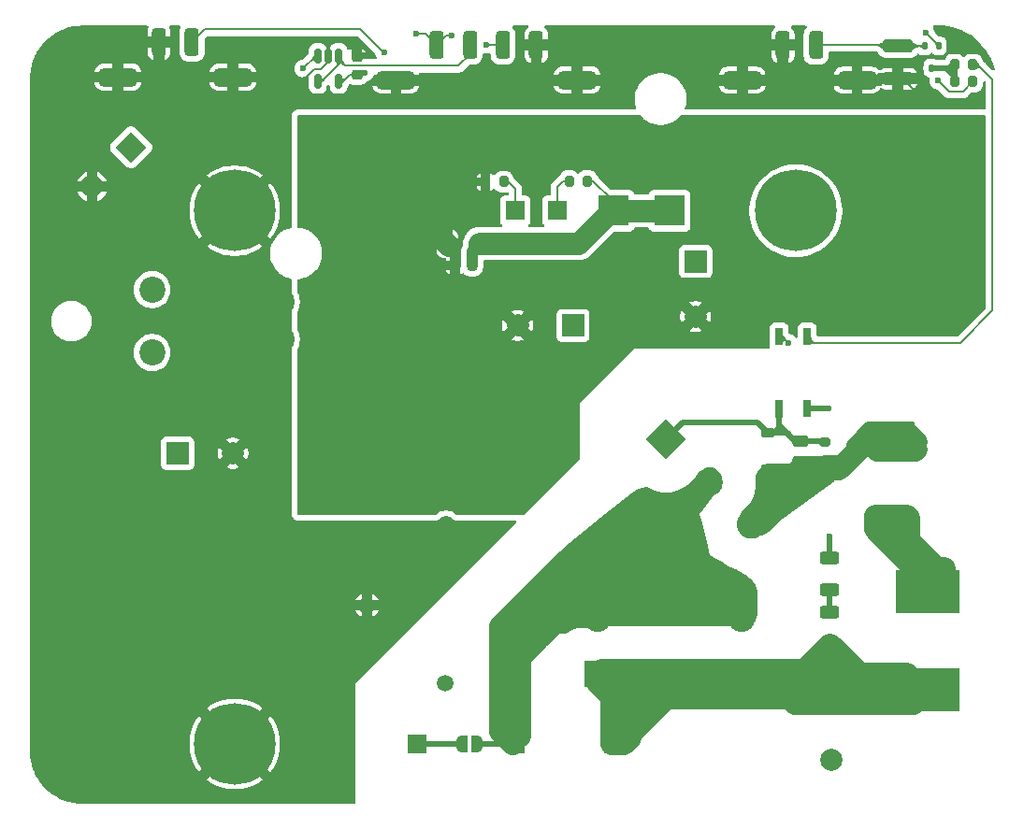
<source format=gbr>
%TF.GenerationSoftware,KiCad,Pcbnew,9.0.0*%
%TF.CreationDate,2025-05-02T12:02:38+02:00*%
%TF.ProjectId,TDK_DCDC_pcb,54444b5f-4443-4444-935f-7063622e6b69,rev?*%
%TF.SameCoordinates,Original*%
%TF.FileFunction,Copper,L1,Top*%
%TF.FilePolarity,Positive*%
%FSLAX46Y46*%
G04 Gerber Fmt 4.6, Leading zero omitted, Abs format (unit mm)*
G04 Created by KiCad (PCBNEW 9.0.0) date 2025-05-02 12:02:38*
%MOMM*%
%LPD*%
G01*
G04 APERTURE LIST*
G04 Aperture macros list*
%AMRoundRect*
0 Rectangle with rounded corners*
0 $1 Rounding radius*
0 $2 $3 $4 $5 $6 $7 $8 $9 X,Y pos of 4 corners*
0 Add a 4 corners polygon primitive as box body*
4,1,4,$2,$3,$4,$5,$6,$7,$8,$9,$2,$3,0*
0 Add four circle primitives for the rounded corners*
1,1,$1+$1,$2,$3*
1,1,$1+$1,$4,$5*
1,1,$1+$1,$6,$7*
1,1,$1+$1,$8,$9*
0 Add four rect primitives between the rounded corners*
20,1,$1+$1,$2,$3,$4,$5,0*
20,1,$1+$1,$4,$5,$6,$7,0*
20,1,$1+$1,$6,$7,$8,$9,0*
20,1,$1+$1,$8,$9,$2,$3,0*%
%AMRotRect*
0 Rectangle, with rotation*
0 The origin of the aperture is its center*
0 $1 length*
0 $2 width*
0 $3 Rotation angle, in degrees counterclockwise*
0 Add horizontal line*
21,1,$1,$2,0,0,$3*%
%AMFreePoly0*
4,1,23,0.500000,-0.750000,0.000000,-0.750000,0.000000,-0.745722,-0.065263,-0.745722,-0.191342,-0.711940,-0.304381,-0.646677,-0.396677,-0.554381,-0.461940,-0.441342,-0.495722,-0.315263,-0.495722,-0.250000,-0.500000,-0.250000,-0.500000,0.250000,-0.495722,0.250000,-0.495722,0.315263,-0.461940,0.441342,-0.396677,0.554381,-0.304381,0.646677,-0.191342,0.711940,-0.065263,0.745722,0.000000,0.745722,
0.000000,0.750000,0.500000,0.750000,0.500000,-0.750000,0.500000,-0.750000,$1*%
%AMFreePoly1*
4,1,23,0.000000,0.745722,0.065263,0.745722,0.191342,0.711940,0.304381,0.646677,0.396677,0.554381,0.461940,0.441342,0.495722,0.315263,0.495722,0.250000,0.500000,0.250000,0.500000,-0.250000,0.495722,-0.250000,0.495722,-0.315263,0.461940,-0.441342,0.396677,-0.554381,0.304381,-0.646677,0.191342,-0.711940,0.065263,-0.745722,0.000000,-0.745722,0.000000,-0.750000,-0.500000,-0.750000,
-0.500000,0.750000,0.000000,0.750000,0.000000,0.745722,0.000000,0.745722,$1*%
G04 Aperture macros list end*
%TA.AperFunction,SMDPad,CuDef*%
%ADD10RoundRect,0.250000X-1.100000X0.325000X-1.100000X-0.325000X1.100000X-0.325000X1.100000X0.325000X0*%
%TD*%
%TA.AperFunction,SMDPad,CuDef*%
%ADD11RoundRect,0.200000X-0.200000X-0.275000X0.200000X-0.275000X0.200000X0.275000X-0.200000X0.275000X0*%
%TD*%
%TA.AperFunction,SMDPad,CuDef*%
%ADD12RoundRect,0.250000X-0.475000X0.250000X-0.475000X-0.250000X0.475000X-0.250000X0.475000X0.250000X0*%
%TD*%
%TA.AperFunction,ComponentPad*%
%ADD13C,1.500000*%
%TD*%
%TA.AperFunction,SMDPad,CuDef*%
%ADD14RoundRect,0.317500X-0.317500X-0.952500X0.317500X-0.952500X0.317500X0.952500X-0.317500X0.952500X0*%
%TD*%
%TA.AperFunction,SMDPad,CuDef*%
%ADD15RoundRect,0.412500X-1.302500X-0.412500X1.302500X-0.412500X1.302500X0.412500X-1.302500X0.412500X0*%
%TD*%
%TA.AperFunction,ComponentPad*%
%ADD16R,2.400000X2.400000*%
%TD*%
%TA.AperFunction,ComponentPad*%
%ADD17C,2.400000*%
%TD*%
%TA.AperFunction,ComponentPad*%
%ADD18RotRect,2.000000X2.000000X225.000000*%
%TD*%
%TA.AperFunction,ComponentPad*%
%ADD19C,2.000000*%
%TD*%
%TA.AperFunction,SMDPad,CuDef*%
%ADD20R,5.800000X4.000000*%
%TD*%
%TA.AperFunction,SMDPad,CuDef*%
%ADD21RoundRect,0.250000X0.325000X0.650000X-0.325000X0.650000X-0.325000X-0.650000X0.325000X-0.650000X0*%
%TD*%
%TA.AperFunction,SMDPad,CuDef*%
%ADD22RoundRect,0.225000X0.225000X0.250000X-0.225000X0.250000X-0.225000X-0.250000X0.225000X-0.250000X0*%
%TD*%
%TA.AperFunction,ComponentPad*%
%ADD23RotRect,2.535000X2.535000X315.000000*%
%TD*%
%TA.AperFunction,ComponentPad*%
%ADD24C,2.535000*%
%TD*%
%TA.AperFunction,SMDPad,CuDef*%
%ADD25RoundRect,0.112500X0.112500X0.237500X-0.112500X0.237500X-0.112500X-0.237500X0.112500X-0.237500X0*%
%TD*%
%TA.AperFunction,ComponentPad*%
%ADD26R,2.000000X2.000000*%
%TD*%
%TA.AperFunction,SMDPad,CuDef*%
%ADD27R,2.920000X1.270000*%
%TD*%
%TA.AperFunction,SMDPad,CuDef*%
%ADD28RoundRect,0.250000X0.625000X-0.312500X0.625000X0.312500X-0.625000X0.312500X-0.625000X-0.312500X0*%
%TD*%
%TA.AperFunction,SMDPad,CuDef*%
%ADD29R,0.700000X1.550000*%
%TD*%
%TA.AperFunction,SMDPad,CuDef*%
%ADD30FreePoly0,0.000000*%
%TD*%
%TA.AperFunction,SMDPad,CuDef*%
%ADD31FreePoly1,0.000000*%
%TD*%
%TA.AperFunction,SMDPad,CuDef*%
%ADD32RoundRect,0.200000X-0.275000X0.200000X-0.275000X-0.200000X0.275000X-0.200000X0.275000X0.200000X0*%
%TD*%
%TA.AperFunction,SMDPad,CuDef*%
%ADD33RoundRect,0.225000X0.250000X-0.225000X0.250000X0.225000X-0.250000X0.225000X-0.250000X-0.225000X0*%
%TD*%
%TA.AperFunction,SMDPad,CuDef*%
%ADD34RoundRect,0.150000X-0.150000X0.512500X-0.150000X-0.512500X0.150000X-0.512500X0.150000X0.512500X0*%
%TD*%
%TA.AperFunction,ComponentPad*%
%ADD35C,2.362200*%
%TD*%
%TA.AperFunction,SMDPad,CuDef*%
%ADD36RoundRect,0.225000X-0.375000X0.225000X-0.375000X-0.225000X0.375000X-0.225000X0.375000X0.225000X0*%
%TD*%
%TA.AperFunction,ComponentPad*%
%ADD37C,7.400000*%
%TD*%
%TA.AperFunction,ComponentPad*%
%ADD38R,1.752600X1.752600*%
%TD*%
%TA.AperFunction,ComponentPad*%
%ADD39R,2.768600X2.768600*%
%TD*%
%TA.AperFunction,ViaPad*%
%ADD40C,0.600000*%
%TD*%
%TA.AperFunction,Conductor*%
%ADD41C,2.000000*%
%TD*%
%TA.AperFunction,Conductor*%
%ADD42C,0.500000*%
%TD*%
%TA.AperFunction,Conductor*%
%ADD43C,0.200000*%
%TD*%
%TA.AperFunction,Conductor*%
%ADD44C,1.000000*%
%TD*%
%TA.AperFunction,Conductor*%
%ADD45C,1.250000*%
%TD*%
G04 APERTURE END LIST*
D10*
%TO.P,C7,1*%
%TO.N,/3V_buttoncell*%
X178850000Y-63104999D03*
%TO.P,C7,2*%
%TO.N,GND*%
X178850000Y-66055001D03*
%TD*%
D11*
%TO.P,R3,1*%
%TO.N,Net-(D4-Pad3)*%
X183975000Y-64800000D03*
%TO.P,R3,2*%
%TO.N,Net-(R3-Pad2)*%
X185625000Y-64800000D03*
%TD*%
D12*
%TO.P,C13,1*%
%TO.N,/Enable_G*%
X169984939Y-98880664D03*
%TO.P,C13,2*%
%TO.N,/HV-in*%
X169984939Y-100780662D03*
%TD*%
D13*
%TO.P,C3,1*%
%TO.N,GND*%
X130766058Y-113762876D03*
%TO.P,C3,2*%
%TO.N,/+VIN*%
X137837126Y-120833944D03*
%TD*%
D14*
%TO.P,J1,1,Pin_1*%
%TO.N,/3V_buttoncell*%
X171440000Y-63010000D03*
%TO.P,J1,2,Pin_2*%
%TO.N,GND*%
X168440000Y-63010000D03*
D15*
%TO.P,J1,MP,MountPin*%
X164740000Y-66210000D03*
X175140000Y-66210000D03*
%TD*%
D16*
%TO.P,C1,1*%
%TO.N,/+VIN*%
X151679369Y-120000968D03*
D17*
%TO.P,C1,2*%
%TO.N,/-VIN*%
X151679369Y-115000968D03*
%TD*%
D18*
%TO.P,C10,1*%
%TO.N,/LV+*%
X109411454Y-72292233D03*
D19*
%TO.P,C10,2*%
%TO.N,GND*%
X105875920Y-75827767D03*
%TD*%
D20*
%TO.P,F3,1*%
%TO.N,/HV+in*%
X181500000Y-112550000D03*
%TO.P,F3,2*%
%TO.N,/+VIN*%
X181500000Y-121450000D03*
%TD*%
D17*
%TO.P,C6,1*%
%TO.N,/+VIN*%
X164679369Y-120000968D03*
%TO.P,C6,2*%
%TO.N,/-VIN*%
X164679369Y-115000968D03*
%TD*%
D21*
%TO.P,C4,1*%
%TO.N,/Vout+*%
X140975001Y-81000000D03*
%TO.P,C4,2*%
%TO.N,/Vout-*%
X138024999Y-81000000D03*
%TD*%
D11*
%TO.P,R5,1*%
%TO.N,Net-(U1-+S)*%
X149075000Y-75357500D03*
%TO.P,R5,2*%
%TO.N,/Vout+*%
X150725000Y-75357500D03*
%TD*%
D13*
%TO.P,C2,1*%
%TO.N,/-VIN*%
X145000000Y-113500000D03*
%TO.P,C2,2*%
%TO.N,GND*%
X137928932Y-106428932D03*
%TD*%
D22*
%TO.P,C5,1*%
%TO.N,/Vout+*%
X140300000Y-82984177D03*
%TO.P,C5,2*%
%TO.N,/Vout-*%
X138750000Y-82984177D03*
%TD*%
D14*
%TO.P,J3,1,Pin_1*%
%TO.N,/TEMP_TSDCDC*%
X114930000Y-62730000D03*
%TO.P,J3,2,Pin_2*%
%TO.N,GND*%
X111930000Y-62730000D03*
D15*
%TO.P,J3,MP,MountPin*%
X108230000Y-65930000D03*
X118630000Y-65930000D03*
%TD*%
D23*
%TO.P,Q1,1,G*%
%TO.N,/Enable_G*%
X157848278Y-98758400D03*
D24*
%TO.P,Q1,2,D*%
%TO.N,/-VIN*%
X161694939Y-102605061D03*
%TO.P,Q1,3,S*%
%TO.N,/HV-in*%
X165541600Y-106451722D03*
%TD*%
D25*
%TO.P,D4,1*%
%TO.N,+3V3*%
X182540000Y-63090000D03*
%TO.P,D4,2*%
%TO.N,/3V_buttoncell*%
X181240000Y-63090000D03*
%TO.P,D4,3*%
%TO.N,Net-(D4-Pad3)*%
X181890000Y-65090000D03*
%TD*%
D26*
%TO.P,C9,1*%
%TO.N,/Vout+*%
X149410000Y-88430000D03*
D19*
%TO.P,C9,2*%
%TO.N,/Vout-*%
X144410000Y-88430000D03*
%TD*%
D27*
%TO.P,HV_in1,1,HV-*%
%TO.N,/HV-in*%
X178165000Y-99710000D03*
%TO.P,HV_in1,3,HV+*%
%TO.N,/HV+in*%
X178165000Y-105710000D03*
%TD*%
D28*
%TO.P,R9,1*%
%TO.N,/+VIN*%
X172675000Y-117350000D03*
%TO.P,R9,2*%
%TO.N,Net-(R10-Pad1)*%
X172675000Y-114425000D03*
%TD*%
D26*
%TO.P,C11,1*%
%TO.N,/LV+*%
X113632323Y-100000000D03*
D19*
%TO.P,C11,2*%
%TO.N,GND*%
X118632323Y-100000000D03*
%TD*%
D29*
%TO.P,U2,1*%
%TO.N,Net-(R3-Pad2)*%
X170620000Y-89450000D03*
%TO.P,U2,2*%
%TO.N,GND*%
X168080000Y-89450000D03*
%TO.P,U2,3*%
%TO.N,/Enable_G*%
X168080000Y-95950000D03*
%TO.P,U2,4*%
%TO.N,/Enable_Opto*%
X170620000Y-95950000D03*
%TD*%
D11*
%TO.P,R6,1*%
%TO.N,/Vout-*%
X141485000Y-75400000D03*
%TO.P,R6,2*%
%TO.N,Net-(U1-TRM)*%
X143135000Y-75400000D03*
%TD*%
D26*
%TO.P,C8,1*%
%TO.N,/Vout+*%
X160520000Y-82612324D03*
D19*
%TO.P,C8,2*%
%TO.N,/Vout-*%
X160520000Y-87612324D03*
%TD*%
D30*
%TO.P,JP1,1,A*%
%TO.N,Net-(JP1-A)*%
X139400000Y-126360000D03*
D31*
%TO.P,JP1,2,B*%
%TO.N,/-VIN*%
X140699998Y-126360000D03*
%TD*%
D32*
%TO.P,R11,1*%
%TO.N,/Enable_G*%
X172224939Y-99010662D03*
%TO.P,R11,2*%
%TO.N,/HV-in*%
X172224939Y-100660662D03*
%TD*%
D14*
%TO.P,J2,1,Pin_1*%
%TO.N,GND*%
X146090000Y-63000000D03*
%TO.P,J2,2,Pin_2*%
%TO.N,/TEMP_TSDCDC*%
X143090000Y-63000000D03*
%TO.P,J2,3,Pin_3*%
%TO.N,/LV_I_measure*%
X140090000Y-63000000D03*
%TO.P,J2,4,Pin_4*%
%TO.N,+3V3*%
X137090000Y-63000000D03*
D15*
%TO.P,J2,MP*%
%TO.N,GND*%
X133390000Y-66200000D03*
X149790000Y-66200000D03*
%TD*%
D11*
%TO.P,R1,1*%
%TO.N,Net-(D4-Pad3)*%
X183980000Y-66340000D03*
%TO.P,R1,2*%
%TO.N,Net-(D2-A)*%
X185630000Y-66340000D03*
%TD*%
D33*
%TO.P,C12,1*%
%TO.N,+3V3*%
X129850000Y-65675000D03*
%TO.P,C12,2*%
%TO.N,GND*%
X129850000Y-64125000D03*
%TD*%
D28*
%TO.P,R10,1*%
%TO.N,Net-(R10-Pad1)*%
X172675000Y-112400000D03*
%TO.P,R10,2*%
%TO.N,/Enable_Opto*%
X172675000Y-109475000D03*
%TD*%
D26*
%TO.P,D1,1,K*%
%TO.N,/+VIN*%
X172805000Y-122710000D03*
D19*
%TO.P,D1,2,A*%
%TO.N,/HV-in*%
X172805000Y-127789999D03*
%TD*%
D17*
%TO.P,F2,1*%
%TO.N,/Vout-*%
X136460000Y-89675000D03*
D16*
X136460000Y-86275000D03*
D17*
%TO.P,F2,2*%
%TO.N,GND*%
X122990000Y-89675000D03*
X122990000Y-86275000D03*
%TD*%
D34*
%TO.P,U4,1*%
%TO.N,/LV_I_measure*%
X128199999Y-63992500D03*
%TO.P,U4,2,V-*%
%TO.N,GND*%
X127250000Y-63992500D03*
%TO.P,U4,3,+*%
%TO.N,/I_meas_weak*%
X126300001Y-63992500D03*
%TO.P,U4,4,-*%
%TO.N,/LV_I_measure*%
X126300001Y-66267500D03*
%TO.P,U4,5,V+*%
%TO.N,+3V3*%
X128199999Y-66267500D03*
%TD*%
D35*
%TO.P,LV_out1,1,Pin_1*%
%TO.N,/LV+*%
X111310001Y-90880002D03*
%TO.P,LV_out1,2,Pin_2*%
X111310001Y-85179999D03*
%TO.P,LV_out1,3,Pin_3*%
%TO.N,GND*%
X116810001Y-90880002D03*
%TO.P,LV_out1,4,Pin_4*%
X116810000Y-85179998D03*
%TD*%
D36*
%TO.P,D3,1,K*%
%TO.N,/Enable_G*%
X167074939Y-98170664D03*
%TO.P,D3,2,A*%
%TO.N,/HV-in*%
X167074939Y-101470664D03*
%TD*%
D37*
%TO.P,U1,0,BasePlate*%
%TO.N,GND*%
X118790000Y-126330000D03*
X118790000Y-78029995D03*
%TO.N,N/C*%
X169590000Y-78029995D03*
D38*
%TO.P,U1,1,CNT*%
%TO.N,Net-(JP1-A)*%
X135300000Y-126330000D03*
%TO.P,U1,2,-VIN*%
%TO.N,/-VIN*%
X144190000Y-126330000D03*
%TO.P,U1,3,+VIN*%
%TO.N,/+VIN*%
X153080000Y-126330000D03*
D39*
%TO.P,U1,4,-Vout*%
%TO.N,/Vout-*%
X130220000Y-78030000D03*
%TO.P,U1,5,-Vout*%
X135300000Y-78030000D03*
D38*
%TO.P,U1,6,-S*%
X140380000Y-78030000D03*
%TO.P,U1,7,TRM*%
%TO.N,Net-(U1-TRM)*%
X144190000Y-78030000D03*
%TO.P,U1,8,+S*%
%TO.N,Net-(U1-+S)*%
X148000000Y-78030000D03*
D39*
%TO.P,U1,9,+Vout*%
%TO.N,/Vout+*%
X153080000Y-78030000D03*
%TO.P,U1,10,+Vout*%
X158160000Y-78030000D03*
%TD*%
D40*
%TO.N,GND*%
X158030000Y-63580000D03*
X180345000Y-67145000D03*
X122337500Y-62837500D03*
X125220000Y-66120000D03*
X168910000Y-89990000D03*
X104250000Y-63500000D03*
%TO.N,+3V3*%
X138460000Y-62150000D03*
X181370000Y-61903000D03*
X135250000Y-62000000D03*
X130600000Y-65506000D03*
%TO.N,/TEMP_TSDCDC*%
X141570000Y-63000000D03*
X132320000Y-63710000D03*
%TO.N,/HV-in*%
X178285859Y-98152087D03*
X179634070Y-98159070D03*
X180495000Y-99020000D03*
X168420000Y-104450000D03*
X176821325Y-98159070D03*
%TO.N,/I_meas_weak*%
X124990000Y-65140000D03*
%TO.N,Net-(D2-A)*%
X182500000Y-66250000D03*
%TO.N,/Enable_Opto*%
X172550000Y-95950000D03*
X172680000Y-107510000D03*
%TD*%
D41*
%TO.N,/-VIN*%
X142800000Y-115700000D02*
X142800000Y-125225000D01*
D42*
X143967500Y-126360000D02*
X143982500Y-126345000D01*
D41*
X145000000Y-113500000D02*
X145000000Y-115450000D01*
X143982500Y-120500000D02*
X143982500Y-114517500D01*
D42*
X140699998Y-126360000D02*
X143967500Y-126360000D01*
D41*
X143982500Y-114517500D02*
X142800000Y-115700000D01*
X145000000Y-115450000D02*
X146324984Y-116774984D01*
X145000000Y-113500000D02*
X146299968Y-114799968D01*
X144600000Y-123800000D02*
X144600000Y-125675341D01*
X143990000Y-126320000D02*
X143990000Y-124410000D01*
X148300000Y-114799968D02*
X151679369Y-114799968D01*
X148000000Y-112823959D02*
X149502360Y-112823959D01*
X149502360Y-112823959D02*
X151679369Y-115000968D01*
X143990000Y-124410000D02*
X144600000Y-123800000D01*
X143982500Y-120500000D02*
X143982500Y-119117468D01*
X144600000Y-114100000D02*
X145876041Y-112823959D01*
X144600000Y-114100000D02*
X144600000Y-123800000D01*
X148000000Y-112823959D02*
X146000000Y-114823959D01*
X146324984Y-116774984D02*
X148300000Y-114799968D01*
X146299968Y-114799968D02*
X148300000Y-114799968D01*
X143982500Y-126345000D02*
X143982500Y-120500000D01*
X143982500Y-119117468D02*
X146324984Y-116774984D01*
X145876041Y-112823959D02*
X148000000Y-112823959D01*
X143982500Y-114517500D02*
X145000000Y-113500000D01*
X142800000Y-125225000D02*
X143905000Y-126330000D01*
D43*
%TO.N,GND*%
X179255001Y-66055001D02*
X178850000Y-66055001D01*
X179075001Y-65875001D02*
X179030000Y-65875001D01*
X168910000Y-89990000D02*
X168370000Y-89450000D01*
X126550000Y-65200000D02*
X126020000Y-65200000D01*
X127250000Y-63992500D02*
X127300000Y-64042500D01*
X127250000Y-63992500D02*
X127250000Y-64500000D01*
X180345000Y-67145000D02*
X179255001Y-66055001D01*
X126020000Y-65200000D02*
X125220000Y-66000000D01*
X168370000Y-89450000D02*
X168080000Y-89450000D01*
X125220000Y-66000000D02*
X125220000Y-66120000D01*
X179030000Y-65875001D02*
X178850000Y-66055001D01*
X127250000Y-64500000D02*
X126550000Y-65200000D01*
D42*
%TO.N,Net-(D4-Pad3)*%
X181919000Y-65119000D02*
X183200000Y-65119000D01*
X181890000Y-65090000D02*
X181919000Y-65119000D01*
X183980000Y-65899000D02*
X183200000Y-65119000D01*
X183656000Y-65119000D02*
X183975000Y-64800000D01*
X183980000Y-66340000D02*
X183980000Y-65899000D01*
X183975000Y-64800000D02*
X183980000Y-64805000D01*
X183200000Y-65119000D02*
X183656000Y-65119000D01*
X183980000Y-64805000D02*
X183980000Y-66340000D01*
D41*
%TO.N,/+VIN*%
X164679369Y-120000968D02*
X169400968Y-120000968D01*
X154600000Y-120900000D02*
X153901968Y-120201968D01*
X151679369Y-120201968D02*
X152872501Y-121395100D01*
X154600000Y-125800000D02*
X154600000Y-120900000D01*
X181060000Y-121450000D02*
X179635317Y-120025317D01*
X155050000Y-122150000D02*
X156300000Y-120900000D01*
X156300000Y-120900000D02*
X154600000Y-120900000D01*
X161992776Y-119669700D02*
X169069700Y-119669700D01*
X179635317Y-120025317D02*
X175410000Y-120025317D01*
X168970000Y-122200000D02*
X169480000Y-122710000D01*
X172675000Y-122580000D02*
X172805000Y-122710000D01*
X157900000Y-122200000D02*
X168970000Y-122200000D01*
X152872501Y-126345000D02*
X153755000Y-126345000D01*
X167670000Y-120900000D02*
X156300000Y-120900000D01*
X152015229Y-119665108D02*
X161325868Y-119665108D01*
X152872501Y-126345000D02*
X154055000Y-126345000D01*
X172110000Y-122710000D02*
X172805000Y-122710000D01*
X161988577Y-119665501D02*
X161992776Y-119669700D01*
X152872501Y-122027499D02*
X151679369Y-120834367D01*
X172805000Y-122710000D02*
X169480000Y-122710000D01*
X172675000Y-117350000D02*
X172734683Y-117350000D01*
X153755000Y-126345000D02*
X157900000Y-122200000D01*
X180240000Y-122710000D02*
X181500000Y-121450000D01*
X172805000Y-122710000D02*
X180240000Y-122710000D01*
X157850000Y-122150000D02*
X155050000Y-122150000D01*
X152872501Y-126345000D02*
X152872501Y-122027499D01*
X169400968Y-120000968D02*
X172110000Y-122710000D01*
X173000000Y-119461526D02*
X175410000Y-120025317D01*
X172675000Y-117350000D02*
X172650000Y-117350000D01*
X172734683Y-117350000D02*
X175410000Y-120025317D01*
X153901968Y-120201968D02*
X151679369Y-120201968D01*
X181500000Y-121450000D02*
X172830000Y-121450000D01*
X168385000Y-121615000D02*
X167670000Y-120900000D01*
X157900000Y-122200000D02*
X157850000Y-122150000D01*
X169480000Y-122710000D02*
X168385000Y-121615000D01*
X181500000Y-121450000D02*
X181060000Y-121450000D01*
X161325868Y-119665108D02*
X161988577Y-119665501D01*
X152872501Y-121395100D02*
X152872501Y-126345000D01*
X172650000Y-117350000D02*
X168385000Y-121615000D01*
X169069700Y-119669700D02*
X172110000Y-122710000D01*
X151679369Y-120834367D02*
X151679369Y-120000968D01*
X154055000Y-126345000D02*
X154600000Y-125800000D01*
X172675000Y-117350000D02*
X172675000Y-122580000D01*
X172830000Y-121450000D02*
X171049700Y-119669700D01*
X151679369Y-120000968D02*
X152015229Y-119665108D01*
X171049700Y-119669700D02*
X169069700Y-119669700D01*
D43*
%TO.N,+3V3*%
X138460000Y-62150000D02*
X137940000Y-62150000D01*
X181580000Y-62120000D02*
X182540000Y-63080000D01*
X130600000Y-65506000D02*
X130401000Y-65705000D01*
X130401000Y-65705000D02*
X129940000Y-65705000D01*
X181370000Y-61903000D02*
X181580000Y-62113000D01*
X182540000Y-63080000D02*
X182540000Y-63090000D01*
X129940000Y-65705000D02*
X129182499Y-65705000D01*
X136090000Y-62000000D02*
X137090000Y-63000000D01*
X135250000Y-62000000D02*
X136090000Y-62000000D01*
X129182499Y-65705000D02*
X128619999Y-66267500D01*
X137940000Y-62150000D02*
X137090000Y-63000000D01*
X128619999Y-66267500D02*
X128199999Y-66267500D01*
X181580000Y-62113000D02*
X181580000Y-62120000D01*
%TO.N,/3V_buttoncell*%
X181240000Y-63090000D02*
X178864999Y-63090000D01*
X178755001Y-63010000D02*
X178850000Y-63104999D01*
X171440000Y-63010000D02*
X178755001Y-63010000D01*
X178864999Y-63090000D02*
X178850000Y-63104999D01*
%TO.N,/TEMP_TSDCDC*%
X141570000Y-63000000D02*
X143090000Y-63000000D01*
X132260000Y-63710000D02*
X130150000Y-61600000D01*
X132320000Y-63710000D02*
X132260000Y-63710000D01*
X116060000Y-61600000D02*
X114930000Y-62730000D01*
X130150000Y-61600000D02*
X116060000Y-61600000D01*
D44*
%TO.N,/HV-in*%
X172104939Y-100780662D02*
X172224939Y-100660662D01*
X174650662Y-100329733D02*
X175440197Y-99540197D01*
D41*
X166398278Y-106451722D02*
X167350000Y-105500000D01*
X180495000Y-99020000D02*
X179634070Y-98159070D01*
X180435000Y-99710000D02*
X180495000Y-99650000D01*
X168420000Y-104450000D02*
X170390000Y-102480000D01*
D44*
X172224939Y-100660662D02*
X174650662Y-100660662D01*
D41*
X176821325Y-99348614D02*
X176821325Y-98159070D01*
X173520394Y-101460000D02*
X175440197Y-99540197D01*
D44*
X169294937Y-101470664D02*
X169984939Y-100780662D01*
D41*
X167459999Y-102030000D02*
X167629999Y-102200000D01*
X178795000Y-99020000D02*
X178165000Y-99650000D01*
X167629999Y-102200000D02*
X170390000Y-102200000D01*
D44*
X174650662Y-99223350D02*
X176207006Y-97667006D01*
D41*
X165541600Y-106451722D02*
X165541600Y-105880839D01*
X165541600Y-106451722D02*
X166398278Y-106451722D01*
D44*
X175440197Y-99540197D02*
X176821325Y-98159070D01*
X167074939Y-101470664D02*
X169294937Y-101470664D01*
X178165000Y-99625000D02*
X178165000Y-99710000D01*
X176207006Y-97667006D02*
X178165000Y-99625000D01*
D41*
X171130000Y-101460000D02*
X173520394Y-101460000D01*
X166962439Y-104460000D02*
X166962439Y-102187561D01*
X178165000Y-99710000D02*
X176939939Y-99710000D01*
X170390000Y-102480000D02*
X170390000Y-102200000D01*
D44*
X174650662Y-100660662D02*
X174650662Y-100329733D01*
X169984939Y-100780662D02*
X172104939Y-100780662D01*
D41*
X165541600Y-105880839D02*
X166962439Y-104460000D01*
X180495000Y-99020000D02*
X178795000Y-99020000D01*
X170390000Y-102200000D02*
X171130000Y-101460000D01*
X176939939Y-99710000D02*
X176699939Y-99470000D01*
X178165000Y-99710000D02*
X180435000Y-99710000D01*
D44*
X174650662Y-100660662D02*
X174650662Y-99223350D01*
D41*
X176821325Y-98159070D02*
X179634070Y-98159070D01*
X176699939Y-99470000D02*
X176821325Y-99348614D01*
X166962439Y-102187561D02*
X167120000Y-102030000D01*
X167120000Y-102030000D02*
X167459999Y-102030000D01*
D43*
%TO.N,/LV_I_measure*%
X140123000Y-62967000D02*
X140090000Y-63000000D01*
X128199999Y-64770001D02*
X128199999Y-63992500D01*
X126702500Y-66267500D02*
X128199999Y-64770001D01*
X140090000Y-63871000D02*
X140090000Y-63000000D01*
X126300001Y-66267500D02*
X126702500Y-66267500D01*
X140533000Y-62967000D02*
X140123000Y-62967000D01*
X128793499Y-64906000D02*
X139055000Y-64906000D01*
X128199999Y-64312500D02*
X128793499Y-64906000D01*
X128199999Y-63992500D02*
X128199999Y-64312500D01*
X139055000Y-64906000D02*
X140090000Y-63871000D01*
%TO.N,/I_meas_weak*%
X126327502Y-64340001D02*
X126300001Y-64312500D01*
X126300001Y-64412500D02*
X126300001Y-63992500D01*
X124990000Y-65140000D02*
X126137500Y-63992500D01*
X126137500Y-63992500D02*
X126300001Y-63992500D01*
X126300001Y-64312500D02*
X126300001Y-63992500D01*
%TO.N,Net-(U1-+S)*%
X148508750Y-75357500D02*
X148000000Y-75866250D01*
X148000000Y-75866250D02*
X148000000Y-78030000D01*
X149075000Y-75357500D02*
X148508750Y-75357500D01*
%TO.N,Net-(D2-A)*%
X182500000Y-66250000D02*
X183500000Y-67250000D01*
X183500000Y-67250000D02*
X184720000Y-67250000D01*
X184720000Y-67250000D02*
X185630000Y-66340000D01*
D41*
%TO.N,/Vout+*%
X140975001Y-81000000D02*
X149917500Y-81000000D01*
D44*
X140300000Y-82984177D02*
X140300000Y-81675001D01*
X140300000Y-81675001D02*
X140975001Y-81000000D01*
D43*
X151257500Y-75357500D02*
X152872500Y-76972500D01*
X152872500Y-76972500D02*
X152872500Y-78045000D01*
D41*
X157952499Y-78045000D02*
X152872500Y-78045000D01*
X149917500Y-81000000D02*
X152872500Y-78045000D01*
X157952500Y-78044999D02*
X157952499Y-78045000D01*
D43*
X150725000Y-75357500D02*
X151257500Y-75357500D01*
%TO.N,Net-(R3-Pad2)*%
X184500000Y-90000000D02*
X171170000Y-90000000D01*
X186045341Y-64800000D02*
X187410000Y-66164659D01*
X187410000Y-66164659D02*
X187410000Y-87090000D01*
X185625000Y-64800000D02*
X186045341Y-64800000D01*
X171170000Y-90000000D02*
X170620000Y-89450000D01*
X187410000Y-87090000D02*
X184500000Y-90000000D01*
%TO.N,Net-(U1-TRM)*%
X144190000Y-78030000D02*
X144190000Y-76040000D01*
X144190000Y-76040000D02*
X143550000Y-75400000D01*
X143550000Y-75400000D02*
X143135000Y-75400000D01*
D41*
%TO.N,/HV+in*%
X178165000Y-105710000D02*
X178165000Y-106505000D01*
X181500000Y-109540000D02*
X179830000Y-107870000D01*
X181500000Y-109540000D02*
X182390000Y-110430000D01*
X176810000Y-106900000D02*
X180210000Y-110300000D01*
X181500000Y-112550000D02*
X181500000Y-109540000D01*
X179830000Y-105840000D02*
X179700000Y-105710000D01*
X176820000Y-105710000D02*
X176810000Y-105720000D01*
X179700000Y-105710000D02*
X178165000Y-105710000D01*
X178165000Y-105710000D02*
X176820000Y-105710000D01*
X176810000Y-105720000D02*
X176810000Y-106900000D01*
X179830000Y-107870000D02*
X179830000Y-105840000D01*
X178165000Y-106505000D02*
X178620000Y-106960000D01*
X182390000Y-110430000D02*
X183070000Y-110430000D01*
D42*
%TO.N,/Enable_G*%
X167074939Y-98170664D02*
X168794937Y-98170664D01*
X168794937Y-98170664D02*
X169362137Y-98737863D01*
X167620000Y-98170664D02*
X168080000Y-97710664D01*
X169984939Y-98880664D02*
X172094941Y-98880664D01*
X169362137Y-98737863D02*
X169504937Y-98880664D01*
X166124275Y-97220000D02*
X159386678Y-97220000D01*
X168080000Y-97710664D02*
X168080000Y-95950000D01*
X172094941Y-98880664D02*
X172224939Y-99010662D01*
X169504937Y-98880664D02*
X169984939Y-98880664D01*
X159386678Y-97220000D02*
X157848278Y-98758400D01*
X167074939Y-98170664D02*
X166124275Y-97220000D01*
X168080000Y-97455726D02*
X169362137Y-98737863D01*
X168080000Y-95950000D02*
X168080000Y-97455726D01*
X167074939Y-98170664D02*
X167620000Y-98170664D01*
%TO.N,/Enable_Opto*%
X172680000Y-107510000D02*
X172680000Y-109470000D01*
X172550000Y-95950000D02*
X170620000Y-95950000D01*
X172680000Y-109470000D02*
X172675000Y-109475000D01*
%TO.N,Net-(JP1-A)*%
X139400000Y-126360000D02*
X135310000Y-126360000D01*
X139385000Y-126345000D02*
X139400000Y-126360000D01*
%TO.N,Net-(R10-Pad1)*%
X172675000Y-112400000D02*
X172675000Y-114425000D01*
D41*
%TO.N,/Vout-*%
X135092500Y-78044999D02*
X135285001Y-78044999D01*
D45*
X138103323Y-81000000D02*
X138025000Y-81000000D01*
D41*
X135285001Y-78044999D02*
X135300000Y-78030000D01*
X135300000Y-78310000D02*
X138180000Y-81190000D01*
D43*
X141050000Y-75400000D02*
X140379999Y-76070001D01*
X140379999Y-76070001D02*
X140379999Y-78030000D01*
D41*
X135300000Y-78030000D02*
X135300000Y-78310000D01*
X130005341Y-78000000D02*
X135103323Y-78000000D01*
X138025000Y-81000000D02*
X138024999Y-81000000D01*
D43*
X141485000Y-75400000D02*
X141050000Y-75400000D01*
D44*
X138750000Y-82984177D02*
X138750000Y-81725001D01*
X138750000Y-81725001D02*
X138024999Y-81000000D01*
%TD*%
%TA.AperFunction,Conductor*%
%TO.N,+3V3*%
G36*
X182234863Y-62632636D02*
G01*
X182285559Y-62678377D01*
X182376256Y-62736280D01*
X182450855Y-62755387D01*
X182499687Y-62743311D01*
X182508541Y-62744652D01*
X182513854Y-62751860D01*
X182514160Y-62753750D01*
X182540032Y-63082139D01*
X182537265Y-63090656D01*
X182532734Y-63093913D01*
X182330318Y-63175330D01*
X182321364Y-63175238D01*
X182315097Y-63168841D01*
X182314264Y-63164996D01*
X182313881Y-63156411D01*
X182313881Y-63156409D01*
X182299603Y-63085182D01*
X182271937Y-63015598D01*
X182229541Y-62941197D01*
X182180592Y-62873328D01*
X182092564Y-62774859D01*
X182089605Y-62766407D01*
X182093013Y-62758789D01*
X182218753Y-62633049D01*
X182227025Y-62629623D01*
X182234863Y-62632636D01*
G37*
%TD.AperFunction*%
%TD*%
%TA.AperFunction,Conductor*%
%TO.N,/I_meas_weak*%
G36*
X126013739Y-63841110D02*
G01*
X126166064Y-63921094D01*
X126290409Y-63986385D01*
X126296141Y-63993265D01*
X126295360Y-64002123D01*
X126027552Y-64519455D01*
X126020706Y-64525226D01*
X126011783Y-64524466D01*
X126006012Y-64517620D01*
X126005531Y-64515341D01*
X126001074Y-64474378D01*
X125987614Y-64433851D01*
X125969808Y-64406916D01*
X125968277Y-64405873D01*
X125944168Y-64389453D01*
X125944166Y-64389452D01*
X125923549Y-64386602D01*
X125916937Y-64385689D01*
X125916936Y-64385689D01*
X125916935Y-64385689D01*
X125883846Y-64395010D01*
X125883842Y-64395012D01*
X125866631Y-64407159D01*
X125857896Y-64409130D01*
X125851612Y-64405873D01*
X125725261Y-64279522D01*
X125721834Y-64271249D01*
X125725089Y-64263151D01*
X125803689Y-64181199D01*
X125919783Y-64036151D01*
X125981892Y-63921094D01*
X125996845Y-63849089D01*
X126001883Y-63841687D01*
X126010680Y-63840014D01*
X126013739Y-63841110D01*
G37*
%TD.AperFunction*%
%TD*%
%TA.AperFunction,Conductor*%
%TO.N,/LV_I_measure*%
G36*
X126598804Y-65901221D02*
G01*
X126603240Y-65908999D01*
X126603257Y-65909139D01*
X126609721Y-65965791D01*
X126625813Y-66007748D01*
X126647426Y-66037734D01*
X126677428Y-66059570D01*
X126677429Y-66059570D01*
X126677430Y-66059571D01*
X126709449Y-66068952D01*
X126743039Y-66067639D01*
X126764414Y-66059735D01*
X126773360Y-66060080D01*
X126776743Y-66062436D01*
X126902397Y-66188090D01*
X126905824Y-66196363D01*
X126902397Y-66204636D01*
X126900263Y-66206323D01*
X126801641Y-66267103D01*
X126680586Y-66361760D01*
X126680582Y-66361764D01*
X126618173Y-66438498D01*
X126604827Y-66483903D01*
X126599206Y-66490874D01*
X126590302Y-66491828D01*
X126586453Y-66489865D01*
X126308578Y-66275373D01*
X126304123Y-66267605D01*
X126306464Y-66258964D01*
X126582389Y-65903291D01*
X126590166Y-65898857D01*
X126598804Y-65901221D01*
G37*
%TD.AperFunction*%
%TD*%
%TA.AperFunction,Conductor*%
%TO.N,/LV_I_measure*%
G36*
X128203567Y-64012024D02*
G01*
X128209396Y-64018821D01*
X128209414Y-64018878D01*
X128406080Y-64630588D01*
X128405350Y-64639513D01*
X128398523Y-64645307D01*
X128398243Y-64645394D01*
X128372337Y-64653013D01*
X128372334Y-64653014D01*
X128334822Y-64679072D01*
X128334813Y-64679081D01*
X128262423Y-64762297D01*
X128262421Y-64762300D01*
X128198493Y-64863484D01*
X128198487Y-64863495D01*
X128148932Y-64954459D01*
X128147306Y-64957529D01*
X128140404Y-64963235D01*
X128131490Y-64962389D01*
X128128695Y-64960324D01*
X128003322Y-64834951D01*
X127999895Y-64826678D01*
X128000331Y-64823513D01*
X128022540Y-64744692D01*
X128015750Y-64664473D01*
X127980227Y-64603244D01*
X127950604Y-64579948D01*
X127950602Y-64579947D01*
X127950601Y-64579946D01*
X127950600Y-64579945D01*
X127922623Y-64567419D01*
X127916472Y-64560911D01*
X127916726Y-64551960D01*
X127916953Y-64551481D01*
X128187841Y-64017167D01*
X128194638Y-64011339D01*
X128203567Y-64012024D01*
G37*
%TD.AperFunction*%
%TD*%
%TA.AperFunction,Conductor*%
%TO.N,/Enable_G*%
G36*
X168084810Y-95966790D02*
G01*
X168090665Y-95972645D01*
X168423722Y-96711082D01*
X168424000Y-96720032D01*
X168417867Y-96726557D01*
X168414928Y-96727441D01*
X168384684Y-96732339D01*
X168352412Y-96752651D01*
X168331236Y-96783376D01*
X168331236Y-96783377D01*
X168319207Y-96821954D01*
X168319206Y-96821955D01*
X168314796Y-96912419D01*
X168314797Y-96912426D01*
X168323591Y-97003579D01*
X168323598Y-97003657D01*
X168328856Y-97062254D01*
X168326182Y-97070801D01*
X168318249Y-97074953D01*
X168317203Y-97075000D01*
X167842797Y-97075000D01*
X167834524Y-97071573D01*
X167831097Y-97063300D01*
X167831144Y-97062254D01*
X167832074Y-97051882D01*
X167836409Y-97003579D01*
X167845773Y-96869998D01*
X167831517Y-96789740D01*
X167796267Y-96743237D01*
X167796265Y-96743236D01*
X167767457Y-96729780D01*
X167767452Y-96729779D01*
X167745685Y-96727001D01*
X167737912Y-96722554D01*
X167735560Y-96713914D01*
X167736499Y-96710588D01*
X168069335Y-95972644D01*
X168075860Y-95966512D01*
X168084810Y-95966790D01*
G37*
%TD.AperFunction*%
%TD*%
%TA.AperFunction,Conductor*%
%TO.N,/3V_buttoncell*%
G36*
X180049224Y-62560279D02*
G01*
X180049351Y-62560563D01*
X180074944Y-62619709D01*
X180074947Y-62619716D01*
X180112306Y-62676405D01*
X180112313Y-62676415D01*
X180169636Y-62739161D01*
X180169641Y-62739166D01*
X180237847Y-62795741D01*
X180328177Y-62853950D01*
X180424946Y-62902565D01*
X180527455Y-62942366D01*
X180626629Y-62970545D01*
X180764821Y-62988665D01*
X180772579Y-62993139D01*
X180775000Y-63000266D01*
X180775000Y-63179350D01*
X180771573Y-63187623D01*
X180764397Y-63190998D01*
X180684629Y-63198507D01*
X180684610Y-63198510D01*
X180593543Y-63219559D01*
X180593541Y-63219560D01*
X180496462Y-63252596D01*
X180320167Y-63340752D01*
X180184687Y-63444031D01*
X180184684Y-63444033D01*
X180184683Y-63444035D01*
X180148977Y-63486746D01*
X180094554Y-63551848D01*
X180094551Y-63551854D01*
X180050519Y-63650142D01*
X180044010Y-63656292D01*
X180035059Y-63656036D01*
X180034912Y-63655970D01*
X178871839Y-63115610D01*
X178865780Y-63109016D01*
X178866158Y-63100069D01*
X178871839Y-63094388D01*
X180033684Y-62554597D01*
X180042630Y-62554220D01*
X180049224Y-62560279D01*
G37*
%TD.AperFunction*%
%TD*%
%TA.AperFunction,Conductor*%
%TO.N,/Enable_Opto*%
G36*
X170970384Y-95616138D02*
G01*
X170973648Y-95622528D01*
X170977339Y-95645315D01*
X170977340Y-95645316D01*
X170997652Y-95677588D01*
X171028377Y-95698764D01*
X171066954Y-95710793D01*
X171085047Y-95711675D01*
X171157419Y-95715203D01*
X171157420Y-95715202D01*
X171157423Y-95715203D01*
X171248579Y-95706409D01*
X171307255Y-95701143D01*
X171315800Y-95703816D01*
X171319953Y-95711750D01*
X171320000Y-95712796D01*
X171320000Y-96187203D01*
X171316573Y-96195476D01*
X171308300Y-96198903D01*
X171307254Y-96198856D01*
X171263206Y-96194903D01*
X171248579Y-96193591D01*
X171248575Y-96193590D01*
X171248567Y-96193590D01*
X171115003Y-96184226D01*
X171114997Y-96184226D01*
X171034741Y-96198482D01*
X170988236Y-96233734D01*
X170974780Y-96262542D01*
X170974779Y-96262547D01*
X170973013Y-96276390D01*
X170968566Y-96284163D01*
X170959926Y-96286515D01*
X170953146Y-96283194D01*
X170853895Y-96184226D01*
X170627307Y-95958283D01*
X170623869Y-95950017D01*
X170627283Y-95941740D01*
X170953841Y-95616112D01*
X170962116Y-95612699D01*
X170970384Y-95616138D01*
G37*
%TD.AperFunction*%
%TD*%
%TA.AperFunction,Conductor*%
%TO.N,/3V_buttoncell*%
G36*
X181031378Y-62881306D02*
G01*
X181232672Y-63081709D01*
X181236117Y-63089974D01*
X181232708Y-63098255D01*
X181232672Y-63098291D01*
X181031042Y-63299028D01*
X181022761Y-63302437D01*
X181014496Y-63298992D01*
X181011533Y-63293935D01*
X181004893Y-63270571D01*
X181004893Y-63270570D01*
X180984982Y-63244080D01*
X180966930Y-63232614D01*
X180940186Y-63215628D01*
X180940184Y-63215627D01*
X180940182Y-63215626D01*
X180886503Y-63199260D01*
X180886488Y-63199257D01*
X180800582Y-63191014D01*
X180792674Y-63186813D01*
X180790000Y-63179368D01*
X180790000Y-63000913D01*
X180793427Y-62992640D01*
X180800884Y-62989242D01*
X180862260Y-62984968D01*
X180947625Y-62960990D01*
X180997172Y-62922042D01*
X181010272Y-62896356D01*
X181011554Y-62887854D01*
X181016175Y-62880183D01*
X181024866Y-62878028D01*
X181031378Y-62881306D01*
G37*
%TD.AperFunction*%
%TD*%
%TA.AperFunction,Conductor*%
%TO.N,/LV_I_measure*%
G36*
X128493824Y-63914763D02*
G01*
X128499312Y-63921838D01*
X128499725Y-63925131D01*
X128498965Y-63968447D01*
X128505016Y-64090989D01*
X128505017Y-64090992D01*
X128521322Y-64209869D01*
X128547218Y-64324833D01*
X128547220Y-64324839D01*
X128581412Y-64432256D01*
X128665124Y-64608569D01*
X128665131Y-64608581D01*
X128749689Y-64718870D01*
X128752003Y-64727521D01*
X128748677Y-64734262D01*
X128622528Y-64860411D01*
X128614255Y-64863838D01*
X128606244Y-64860665D01*
X128518778Y-64778480D01*
X128518775Y-64778477D01*
X128518771Y-64778474D01*
X128400586Y-64691293D01*
X128400585Y-64691292D01*
X128312812Y-64654223D01*
X128312807Y-64654222D01*
X128259844Y-64654866D01*
X128251530Y-64651540D01*
X128248036Y-64644041D01*
X128200010Y-64001405D01*
X128202810Y-63992900D01*
X128208587Y-63989249D01*
X128484939Y-63913641D01*
X128493824Y-63914763D01*
G37*
%TD.AperFunction*%
%TD*%
%TA.AperFunction,Conductor*%
%TO.N,/Vout-*%
G36*
X155461011Y-69364398D02*
G01*
X155528031Y-69384134D01*
X155559285Y-69412910D01*
X155585665Y-69447289D01*
X155802710Y-69664334D01*
X155802717Y-69664340D01*
X155897059Y-69736731D01*
X156046246Y-69851206D01*
X156046253Y-69851210D01*
X156312075Y-70004684D01*
X156312080Y-70004686D01*
X156312083Y-70004688D01*
X156595679Y-70122157D01*
X156892182Y-70201605D01*
X157196519Y-70241672D01*
X157196526Y-70241672D01*
X157503474Y-70241672D01*
X157503481Y-70241672D01*
X157807818Y-70201605D01*
X158104321Y-70122157D01*
X158387917Y-70004688D01*
X158653754Y-69851206D01*
X158897284Y-69664339D01*
X159114339Y-69447284D01*
X159138434Y-69415882D01*
X159194860Y-69374680D01*
X159236903Y-69367369D01*
X186685600Y-69388965D01*
X186752622Y-69408702D01*
X186798335Y-69461542D01*
X186809500Y-69512965D01*
X186809500Y-86789903D01*
X186789815Y-86856942D01*
X186773181Y-86877584D01*
X184287584Y-89363181D01*
X184226261Y-89396666D01*
X184199903Y-89399500D01*
X171599536Y-89399500D01*
X171598789Y-89399280D01*
X171598041Y-89399491D01*
X171565293Y-89389445D01*
X171532497Y-89379815D01*
X171531988Y-89379228D01*
X171531244Y-89379000D01*
X171509116Y-89352832D01*
X171486742Y-89327011D01*
X171486464Y-89326044D01*
X171486129Y-89325648D01*
X171484912Y-89320640D01*
X171476594Y-89291666D01*
X171476021Y-89287313D01*
X171475602Y-89280332D01*
X171471710Y-89254528D01*
X171471557Y-89253360D01*
X171471660Y-89252694D01*
X171470499Y-89237194D01*
X171470499Y-88627129D01*
X171470498Y-88627123D01*
X171470497Y-88627116D01*
X171464091Y-88567517D01*
X171453895Y-88540181D01*
X171413797Y-88432671D01*
X171413793Y-88432664D01*
X171327547Y-88317455D01*
X171327544Y-88317452D01*
X171212335Y-88231206D01*
X171212328Y-88231202D01*
X171077482Y-88180908D01*
X171077483Y-88180908D01*
X171017883Y-88174501D01*
X171017881Y-88174500D01*
X171017873Y-88174500D01*
X171017864Y-88174500D01*
X170222129Y-88174500D01*
X170222123Y-88174501D01*
X170162516Y-88180908D01*
X170027671Y-88231202D01*
X170027664Y-88231206D01*
X169912455Y-88317452D01*
X169912452Y-88317455D01*
X169826206Y-88432664D01*
X169826202Y-88432671D01*
X169775908Y-88567517D01*
X169769944Y-88622993D01*
X169769501Y-88627123D01*
X169769500Y-88627135D01*
X169769500Y-89426697D01*
X169749815Y-89493736D01*
X169697011Y-89539491D01*
X169627853Y-89549435D01*
X169564297Y-89520410D01*
X169542398Y-89495588D01*
X169531789Y-89479711D01*
X169531786Y-89479707D01*
X169420292Y-89368213D01*
X169420288Y-89368210D01*
X169289185Y-89280609D01*
X169289172Y-89280602D01*
X169143501Y-89220264D01*
X169143491Y-89220261D01*
X169030307Y-89197747D01*
X168968396Y-89165362D01*
X168933822Y-89104646D01*
X168930499Y-89076130D01*
X168930499Y-88627129D01*
X168930498Y-88627123D01*
X168930497Y-88627116D01*
X168924091Y-88567517D01*
X168913895Y-88540181D01*
X168873797Y-88432671D01*
X168873793Y-88432664D01*
X168787547Y-88317455D01*
X168787544Y-88317452D01*
X168672335Y-88231206D01*
X168672328Y-88231202D01*
X168537482Y-88180908D01*
X168537483Y-88180908D01*
X168477883Y-88174501D01*
X168477881Y-88174500D01*
X168477873Y-88174500D01*
X168477864Y-88174500D01*
X167682129Y-88174500D01*
X167682123Y-88174501D01*
X167622516Y-88180908D01*
X167487671Y-88231202D01*
X167487664Y-88231206D01*
X167372455Y-88317452D01*
X167372452Y-88317455D01*
X167286206Y-88432664D01*
X167286202Y-88432671D01*
X167235908Y-88567517D01*
X167229944Y-88622993D01*
X167229501Y-88627123D01*
X167229500Y-88627135D01*
X167229500Y-90272870D01*
X167229501Y-90272876D01*
X167235909Y-90332485D01*
X167256980Y-90388981D01*
X167261964Y-90458673D01*
X167228478Y-90519996D01*
X167167154Y-90553480D01*
X167140836Y-90556313D01*
X154960000Y-90559999D01*
X150009999Y-95470000D01*
X150000099Y-100548780D01*
X149980284Y-100615781D01*
X149963780Y-100636219D01*
X145046294Y-105553705D01*
X144984971Y-105587190D01*
X144958673Y-105590024D01*
X138912861Y-105592965D01*
X138845812Y-105573313D01*
X138825120Y-105556646D01*
X138743580Y-105475106D01*
X138743578Y-105475104D01*
X138584337Y-105359408D01*
X138408961Y-105270049D01*
X138221758Y-105209222D01*
X138027354Y-105178432D01*
X138027349Y-105178432D01*
X137830515Y-105178432D01*
X137830510Y-105178432D01*
X137636105Y-105209222D01*
X137448902Y-105270049D01*
X137273526Y-105359408D01*
X137114286Y-105475104D01*
X137031781Y-105557607D01*
X136970457Y-105591091D01*
X136944161Y-105593924D01*
X124584025Y-105599939D01*
X124516976Y-105580287D01*
X124471196Y-105527505D01*
X124459965Y-105475976D01*
X124455854Y-90570321D01*
X124472465Y-90508294D01*
X124518405Y-90428726D01*
X124603710Y-90222781D01*
X124661404Y-90007463D01*
X124690500Y-89786457D01*
X124690500Y-89709571D01*
X143837534Y-89709571D01*
X143872589Y-89727432D01*
X144082164Y-89795526D01*
X144299819Y-89830000D01*
X144520181Y-89830000D01*
X144737835Y-89795526D01*
X144947411Y-89727431D01*
X144947418Y-89727428D01*
X144982464Y-89709570D01*
X144410001Y-89137106D01*
X144410000Y-89137106D01*
X143837534Y-89709571D01*
X124690500Y-89709571D01*
X124690500Y-89563543D01*
X124661404Y-89342537D01*
X124603710Y-89127219D01*
X124518405Y-88921274D01*
X124518402Y-88921270D01*
X124518399Y-88921262D01*
X124471973Y-88840852D01*
X124455360Y-88778891D01*
X124455233Y-88319818D01*
X143010000Y-88319818D01*
X143010000Y-88540181D01*
X143044473Y-88757835D01*
X143112568Y-88967412D01*
X143130427Y-89002464D01*
X143130428Y-89002464D01*
X143702893Y-88430000D01*
X143702893Y-88429999D01*
X143637068Y-88364174D01*
X143910000Y-88364174D01*
X143910000Y-88495826D01*
X143944075Y-88622993D01*
X144009901Y-88737007D01*
X144102993Y-88830099D01*
X144217007Y-88895925D01*
X144344174Y-88930000D01*
X144475826Y-88930000D01*
X144602993Y-88895925D01*
X144717007Y-88830099D01*
X144810099Y-88737007D01*
X144875925Y-88622993D01*
X144910000Y-88495826D01*
X144910000Y-88430000D01*
X145117106Y-88430000D01*
X145689570Y-89002464D01*
X145707428Y-88967418D01*
X145707431Y-88967411D01*
X145775526Y-88757835D01*
X145810000Y-88540181D01*
X145810000Y-88319818D01*
X145775526Y-88102164D01*
X145707432Y-87892589D01*
X145689570Y-87857534D01*
X145117106Y-88430000D01*
X144910000Y-88430000D01*
X144910000Y-88364174D01*
X144875925Y-88237007D01*
X144810099Y-88122993D01*
X144717007Y-88029901D01*
X144602993Y-87964075D01*
X144475826Y-87930000D01*
X144344174Y-87930000D01*
X144217007Y-87964075D01*
X144102993Y-88029901D01*
X144009901Y-88122993D01*
X143944075Y-88237007D01*
X143910000Y-88364174D01*
X143637068Y-88364174D01*
X143130428Y-87857534D01*
X143112568Y-87892588D01*
X143112567Y-87892591D01*
X143044473Y-88102164D01*
X143010000Y-88319818D01*
X124455233Y-88319818D01*
X124454917Y-87171946D01*
X124460679Y-87150428D01*
X143837534Y-87150428D01*
X144410000Y-87722893D01*
X144410001Y-87722893D01*
X144750758Y-87382135D01*
X147909500Y-87382135D01*
X147909500Y-89477870D01*
X147909501Y-89477876D01*
X147915908Y-89537483D01*
X147966202Y-89672328D01*
X147966206Y-89672335D01*
X148052452Y-89787544D01*
X148052455Y-89787547D01*
X148167664Y-89873793D01*
X148167671Y-89873797D01*
X148302517Y-89924091D01*
X148302516Y-89924091D01*
X148309444Y-89924835D01*
X148362127Y-89930500D01*
X150457872Y-89930499D01*
X150517483Y-89924091D01*
X150652331Y-89873796D01*
X150767546Y-89787546D01*
X150853796Y-89672331D01*
X150904091Y-89537483D01*
X150910500Y-89477873D01*
X150910499Y-88891895D01*
X159947534Y-88891895D01*
X159982589Y-88909756D01*
X160192164Y-88977850D01*
X160409819Y-89012324D01*
X160630181Y-89012324D01*
X160847835Y-88977850D01*
X161057411Y-88909755D01*
X161057418Y-88909752D01*
X161092464Y-88891894D01*
X160520001Y-88319430D01*
X160520000Y-88319430D01*
X159947534Y-88891895D01*
X150910499Y-88891895D01*
X150910499Y-88430000D01*
X150910499Y-87502142D01*
X159120000Y-87502142D01*
X159120000Y-87722505D01*
X159154473Y-87940159D01*
X159222568Y-88149736D01*
X159240427Y-88184788D01*
X159240428Y-88184788D01*
X159812893Y-87612324D01*
X159812893Y-87612323D01*
X159747068Y-87546498D01*
X160020000Y-87546498D01*
X160020000Y-87678150D01*
X160054075Y-87805317D01*
X160119901Y-87919331D01*
X160212993Y-88012423D01*
X160327007Y-88078249D01*
X160454174Y-88112324D01*
X160585826Y-88112324D01*
X160712993Y-88078249D01*
X160827007Y-88012423D01*
X160920099Y-87919331D01*
X160985925Y-87805317D01*
X161020000Y-87678150D01*
X161020000Y-87612324D01*
X161227106Y-87612324D01*
X161799570Y-88184788D01*
X161817428Y-88149742D01*
X161817431Y-88149735D01*
X161885526Y-87940159D01*
X161920000Y-87722505D01*
X161920000Y-87502142D01*
X161885526Y-87284488D01*
X161817432Y-87074913D01*
X161799570Y-87039858D01*
X161227106Y-87612324D01*
X161020000Y-87612324D01*
X161020000Y-87546498D01*
X160985925Y-87419331D01*
X160920099Y-87305317D01*
X160827007Y-87212225D01*
X160712993Y-87146399D01*
X160585826Y-87112324D01*
X160454174Y-87112324D01*
X160327007Y-87146399D01*
X160212993Y-87212225D01*
X160119901Y-87305317D01*
X160054075Y-87419331D01*
X160020000Y-87546498D01*
X159747068Y-87546498D01*
X159240428Y-87039858D01*
X159222568Y-87074912D01*
X159222567Y-87074915D01*
X159154473Y-87284488D01*
X159120000Y-87502142D01*
X150910499Y-87502142D01*
X150910499Y-87497270D01*
X150910499Y-87382129D01*
X150910498Y-87382123D01*
X150910497Y-87382116D01*
X150904091Y-87322517D01*
X150866516Y-87221774D01*
X150853797Y-87187671D01*
X150853793Y-87187664D01*
X150767547Y-87072455D01*
X150767544Y-87072452D01*
X150652335Y-86986206D01*
X150652328Y-86986202D01*
X150517482Y-86935908D01*
X150517483Y-86935908D01*
X150457883Y-86929501D01*
X150457881Y-86929500D01*
X150457873Y-86929500D01*
X150457864Y-86929500D01*
X148362129Y-86929500D01*
X148362123Y-86929501D01*
X148302516Y-86935908D01*
X148167671Y-86986202D01*
X148167664Y-86986206D01*
X148052455Y-87072452D01*
X148052452Y-87072455D01*
X147966206Y-87187664D01*
X147966202Y-87187671D01*
X147915908Y-87322517D01*
X147909501Y-87382116D01*
X147909501Y-87382123D01*
X147909500Y-87382135D01*
X144750758Y-87382135D01*
X144841768Y-87291125D01*
X144982464Y-87150428D01*
X144982464Y-87150427D01*
X144947412Y-87132568D01*
X144737835Y-87064473D01*
X144520181Y-87030000D01*
X144299819Y-87030000D01*
X144082164Y-87064473D01*
X143872591Y-87132567D01*
X143872588Y-87132568D01*
X143837534Y-87150428D01*
X124460679Y-87150428D01*
X124471528Y-87109917D01*
X124518405Y-87028726D01*
X124603710Y-86822781D01*
X124661404Y-86607463D01*
X124690500Y-86386457D01*
X124690500Y-86332752D01*
X159947534Y-86332752D01*
X160520000Y-86905217D01*
X160520001Y-86905217D01*
X161092464Y-86332752D01*
X161092464Y-86332751D01*
X161057412Y-86314892D01*
X160847835Y-86246797D01*
X160630181Y-86212324D01*
X160409819Y-86212324D01*
X160192164Y-86246797D01*
X159982591Y-86314891D01*
X159982588Y-86314892D01*
X159947534Y-86332752D01*
X124690500Y-86332752D01*
X124690500Y-86163543D01*
X124661404Y-85942537D01*
X124603710Y-85727219D01*
X124518405Y-85521274D01*
X124471033Y-85439224D01*
X124454422Y-85377266D01*
X124454141Y-84357096D01*
X124473806Y-84290056D01*
X124526597Y-84244287D01*
X124561955Y-84234128D01*
X124563343Y-84233945D01*
X124808990Y-84201605D01*
X125105493Y-84122157D01*
X125389089Y-84004688D01*
X125654926Y-83851206D01*
X125898456Y-83664339D01*
X126115511Y-83447284D01*
X126125568Y-83434177D01*
X137932263Y-83434177D01*
X137946843Y-83484364D01*
X137946844Y-83484365D01*
X138027226Y-83620285D01*
X138027232Y-83620293D01*
X138138883Y-83731944D01*
X138138892Y-83731951D01*
X138274804Y-83812329D01*
X138300000Y-83819649D01*
X138300000Y-83434177D01*
X137932263Y-83434177D01*
X126125568Y-83434177D01*
X126165693Y-83381885D01*
X126202600Y-83333788D01*
X126240888Y-83283890D01*
X126302378Y-83203754D01*
X126455860Y-82937917D01*
X126573329Y-82654321D01*
X126652777Y-82357818D01*
X126692844Y-82053481D01*
X126692844Y-81746519D01*
X126660389Y-81500000D01*
X137049999Y-81500000D01*
X137049999Y-81715649D01*
X137052898Y-81752489D01*
X137052899Y-81752495D01*
X137098715Y-81910193D01*
X137098716Y-81910196D01*
X137182313Y-82051552D01*
X137182320Y-82051561D01*
X137298437Y-82167678D01*
X137298446Y-82167685D01*
X137439802Y-82251282D01*
X137439805Y-82251283D01*
X137597503Y-82297099D01*
X137597509Y-82297100D01*
X137634349Y-82299999D01*
X137634365Y-82300000D01*
X137838260Y-82300000D01*
X137905299Y-82319685D01*
X137951054Y-82372489D01*
X137960998Y-82441647D01*
X137948788Y-82476331D01*
X137949942Y-82476831D01*
X137946843Y-82483989D01*
X137932263Y-82534177D01*
X138626000Y-82534177D01*
X138693039Y-82553862D01*
X138738794Y-82606666D01*
X138750000Y-82658177D01*
X138750000Y-82984177D01*
X139076000Y-82984177D01*
X139143039Y-83003862D01*
X139188794Y-83056666D01*
X139200000Y-83108177D01*
X139200000Y-83819649D01*
X139225195Y-83812329D01*
X139361105Y-83731952D01*
X139361111Y-83731947D01*
X139366250Y-83726809D01*
X139427571Y-83693321D01*
X139497263Y-83698302D01*
X139541616Y-83726805D01*
X139621955Y-83807144D01*
X139621959Y-83807147D01*
X139766294Y-83896175D01*
X139766297Y-83896176D01*
X139766303Y-83896180D01*
X139927292Y-83949526D01*
X140026655Y-83959677D01*
X140063563Y-83959676D01*
X140087754Y-83962058D01*
X140153596Y-83975156D01*
X140201458Y-83984677D01*
X140201459Y-83984677D01*
X140398543Y-83984677D01*
X140512247Y-83962059D01*
X140536439Y-83959676D01*
X140573338Y-83959676D01*
X140573344Y-83959676D01*
X140573352Y-83959675D01*
X140573355Y-83959675D01*
X140627760Y-83954117D01*
X140672708Y-83949526D01*
X140833697Y-83896180D01*
X140978044Y-83807145D01*
X141097968Y-83687221D01*
X141187003Y-83542874D01*
X141240349Y-83381885D01*
X141245755Y-83328965D01*
X141254550Y-83294119D01*
X141262051Y-83276012D01*
X141276426Y-83203746D01*
X141300500Y-83082720D01*
X141300500Y-82624500D01*
X141320185Y-82557461D01*
X141372989Y-82511706D01*
X141424500Y-82500500D01*
X150035597Y-82500500D01*
X150268868Y-82463553D01*
X150493492Y-82390568D01*
X150703934Y-82283343D01*
X150895010Y-82144517D01*
X151475068Y-81564459D01*
X159019500Y-81564459D01*
X159019500Y-83660194D01*
X159019501Y-83660200D01*
X159025908Y-83719807D01*
X159076202Y-83854652D01*
X159076206Y-83854659D01*
X159162452Y-83969868D01*
X159162455Y-83969871D01*
X159277664Y-84056117D01*
X159277671Y-84056121D01*
X159412517Y-84106415D01*
X159412516Y-84106415D01*
X159419444Y-84107159D01*
X159472127Y-84112824D01*
X161567872Y-84112823D01*
X161627483Y-84106415D01*
X161762331Y-84056120D01*
X161877546Y-83969870D01*
X161963796Y-83854655D01*
X162014091Y-83719807D01*
X162020500Y-83660197D01*
X162020499Y-81564452D01*
X162014091Y-81504841D01*
X162012285Y-81500000D01*
X161963797Y-81369995D01*
X161963793Y-81369988D01*
X161877547Y-81254779D01*
X161877544Y-81254776D01*
X161762335Y-81168530D01*
X161762328Y-81168526D01*
X161627482Y-81118232D01*
X161627483Y-81118232D01*
X161567883Y-81111825D01*
X161567881Y-81111824D01*
X161567873Y-81111824D01*
X161567864Y-81111824D01*
X159472129Y-81111824D01*
X159472123Y-81111825D01*
X159412516Y-81118232D01*
X159277671Y-81168526D01*
X159277664Y-81168530D01*
X159162455Y-81254776D01*
X159162452Y-81254779D01*
X159076206Y-81369988D01*
X159076202Y-81369995D01*
X159025908Y-81504841D01*
X159019501Y-81564440D01*
X159019501Y-81564447D01*
X159019500Y-81564459D01*
X151475068Y-81564459D01*
X152157619Y-80881908D01*
X153088408Y-79951118D01*
X153149731Y-79917633D01*
X153176089Y-79914799D01*
X154512171Y-79914799D01*
X154512172Y-79914799D01*
X154571783Y-79908391D01*
X154706631Y-79858096D01*
X154821846Y-79771846D01*
X154908096Y-79656631D01*
X154919459Y-79626166D01*
X154961331Y-79570233D01*
X155026795Y-79545816D01*
X155035641Y-79545500D01*
X156204359Y-79545500D01*
X156271398Y-79565185D01*
X156317153Y-79617989D01*
X156320541Y-79626166D01*
X156331903Y-79656630D01*
X156331906Y-79656635D01*
X156418152Y-79771844D01*
X156418155Y-79771847D01*
X156533364Y-79858093D01*
X156533371Y-79858097D01*
X156668217Y-79908391D01*
X156668216Y-79908391D01*
X156675144Y-79909135D01*
X156727827Y-79914800D01*
X159592172Y-79914799D01*
X159651783Y-79908391D01*
X159786631Y-79858096D01*
X159901846Y-79771846D01*
X159988096Y-79656631D01*
X160038391Y-79521783D01*
X160044800Y-79462173D01*
X160044799Y-77823641D01*
X165389500Y-77823641D01*
X165389500Y-78236348D01*
X165429952Y-78647079D01*
X165510464Y-79051843D01*
X165510467Y-79051854D01*
X165630274Y-79446809D01*
X165717184Y-79656628D01*
X165774628Y-79795310D01*
X165788214Y-79828108D01*
X165788216Y-79828113D01*
X165982759Y-80192076D01*
X165982770Y-80192094D01*
X166212052Y-80535239D01*
X166212062Y-80535253D01*
X166473885Y-80854286D01*
X166765708Y-81146109D01*
X166765713Y-81146113D01*
X166765714Y-81146114D01*
X167084747Y-81407937D01*
X167427907Y-81637229D01*
X167427916Y-81637234D01*
X167427918Y-81637235D01*
X167791881Y-81831778D01*
X167791883Y-81831778D01*
X167791889Y-81831782D01*
X168173187Y-81989721D01*
X168568131Y-82109525D01*
X168568137Y-82109526D01*
X168568140Y-82109527D01*
X168568151Y-82109530D01*
X168972915Y-82190042D01*
X169383643Y-82230495D01*
X169383646Y-82230495D01*
X169796354Y-82230495D01*
X169796357Y-82230495D01*
X170207085Y-82190042D01*
X170319516Y-82167678D01*
X170611848Y-82109530D01*
X170611859Y-82109527D01*
X170611859Y-82109526D01*
X170611869Y-82109525D01*
X171006813Y-81989721D01*
X171388111Y-81831782D01*
X171752093Y-81637229D01*
X172095253Y-81407937D01*
X172414286Y-81146114D01*
X172706119Y-80854281D01*
X172967942Y-80535248D01*
X173197234Y-80192088D01*
X173391787Y-79828106D01*
X173549726Y-79446808D01*
X173669530Y-79051864D01*
X173669532Y-79051854D01*
X173669535Y-79051843D01*
X173750047Y-78647079D01*
X173790500Y-78236348D01*
X173790500Y-77823641D01*
X173772077Y-77636591D01*
X173750047Y-77412910D01*
X173688966Y-77105835D01*
X173669535Y-77008146D01*
X173669532Y-77008135D01*
X173669531Y-77008132D01*
X173669530Y-77008126D01*
X173549726Y-76613182D01*
X173391787Y-76231884D01*
X173391032Y-76230472D01*
X173197240Y-75867913D01*
X173197239Y-75867911D01*
X173197234Y-75867902D01*
X172967942Y-75524742D01*
X172706119Y-75205709D01*
X172706118Y-75205708D01*
X172706114Y-75205703D01*
X172414291Y-74913880D01*
X172095258Y-74652057D01*
X172095257Y-74652056D01*
X172095253Y-74652053D01*
X171752093Y-74422761D01*
X171752088Y-74422758D01*
X171752081Y-74422754D01*
X171388118Y-74228211D01*
X171388113Y-74228209D01*
X171006814Y-74070269D01*
X170611859Y-73950462D01*
X170611848Y-73950459D01*
X170207084Y-73869947D01*
X169897741Y-73839480D01*
X169796357Y-73829495D01*
X169383643Y-73829495D01*
X169289966Y-73838721D01*
X168972915Y-73869947D01*
X168568151Y-73950459D01*
X168568140Y-73950462D01*
X168173185Y-74070269D01*
X167791886Y-74228209D01*
X167791881Y-74228211D01*
X167427918Y-74422754D01*
X167427900Y-74422765D01*
X167084755Y-74652047D01*
X167084741Y-74652057D01*
X166765708Y-74913880D01*
X166473885Y-75205703D01*
X166212062Y-75524736D01*
X166212052Y-75524750D01*
X165982770Y-75867895D01*
X165982759Y-75867913D01*
X165788216Y-76231876D01*
X165788214Y-76231881D01*
X165630274Y-76613180D01*
X165510467Y-77008135D01*
X165510464Y-77008146D01*
X165429952Y-77412910D01*
X165389500Y-77823641D01*
X160044799Y-77823641D01*
X160044799Y-76597828D01*
X160038391Y-76538217D01*
X160033392Y-76524815D01*
X159988097Y-76403371D01*
X159988093Y-76403364D01*
X159901847Y-76288155D01*
X159901844Y-76288152D01*
X159786635Y-76201906D01*
X159786628Y-76201902D01*
X159651782Y-76151608D01*
X159651783Y-76151608D01*
X159592183Y-76145201D01*
X159592181Y-76145200D01*
X159592173Y-76145200D01*
X159592164Y-76145200D01*
X156727829Y-76145200D01*
X156727823Y-76145201D01*
X156668216Y-76151608D01*
X156533371Y-76201902D01*
X156533364Y-76201906D01*
X156418155Y-76288152D01*
X156418152Y-76288155D01*
X156331906Y-76403364D01*
X156331902Y-76403371D01*
X156309352Y-76463833D01*
X156267481Y-76519767D01*
X156202017Y-76544184D01*
X156193170Y-76544500D01*
X155046830Y-76544500D01*
X154979791Y-76524815D01*
X154934036Y-76472011D01*
X154930648Y-76463833D01*
X154908097Y-76403371D01*
X154908093Y-76403364D01*
X154821847Y-76288155D01*
X154821844Y-76288152D01*
X154706635Y-76201906D01*
X154706628Y-76201902D01*
X154571782Y-76151608D01*
X154571783Y-76151608D01*
X154512183Y-76145201D01*
X154512181Y-76145200D01*
X154512173Y-76145200D01*
X154512165Y-76145200D01*
X152945797Y-76145200D01*
X152878758Y-76125515D01*
X152858116Y-76108881D01*
X151745796Y-74996561D01*
X151738021Y-74988786D01*
X151738020Y-74988784D01*
X151626216Y-74876980D01*
X151616475Y-74871356D01*
X151605477Y-74860708D01*
X151595486Y-74843094D01*
X151581510Y-74828435D01*
X151573345Y-74808515D01*
X151568478Y-74792894D01*
X151480472Y-74647315D01*
X151480470Y-74647313D01*
X151480469Y-74647311D01*
X151360188Y-74527030D01*
X151214606Y-74439022D01*
X151162434Y-74422765D01*
X151052196Y-74388414D01*
X151052194Y-74388413D01*
X151052192Y-74388413D01*
X151002778Y-74383923D01*
X150981616Y-74382000D01*
X150468384Y-74382000D01*
X150449145Y-74383748D01*
X150397807Y-74388413D01*
X150235393Y-74439022D01*
X150089811Y-74527030D01*
X150089810Y-74527031D01*
X149987681Y-74629161D01*
X149926358Y-74662646D01*
X149856666Y-74657662D01*
X149812319Y-74629161D01*
X149710188Y-74527030D01*
X149564606Y-74439022D01*
X149512434Y-74422765D01*
X149402196Y-74388414D01*
X149402194Y-74388413D01*
X149402192Y-74388413D01*
X149352778Y-74383923D01*
X149331616Y-74382000D01*
X148818384Y-74382000D01*
X148799145Y-74383748D01*
X148747807Y-74388413D01*
X148585393Y-74439022D01*
X148439811Y-74527030D01*
X148319530Y-74647311D01*
X148231520Y-74792897D01*
X148228926Y-74798660D01*
X148183455Y-74851709D01*
X148177859Y-74855141D01*
X148140034Y-74876980D01*
X148140031Y-74876982D01*
X147633743Y-75383270D01*
X147633734Y-75383279D01*
X147631286Y-75385728D01*
X147631284Y-75385730D01*
X147519480Y-75497534D01*
X147503772Y-75524742D01*
X147440423Y-75634465D01*
X147399499Y-75787193D01*
X147399499Y-75787195D01*
X147399499Y-75955296D01*
X147399500Y-75955309D01*
X147399500Y-76529200D01*
X147379815Y-76596239D01*
X147327011Y-76641994D01*
X147275501Y-76653200D01*
X147075830Y-76653200D01*
X147075823Y-76653201D01*
X147016216Y-76659608D01*
X146881371Y-76709902D01*
X146881364Y-76709906D01*
X146766155Y-76796152D01*
X146766152Y-76796155D01*
X146679906Y-76911364D01*
X146679902Y-76911371D01*
X146629608Y-77046217D01*
X146623201Y-77105816D01*
X146623201Y-77105823D01*
X146623200Y-77105835D01*
X146623200Y-78954170D01*
X146623201Y-78954176D01*
X146629608Y-79013783D01*
X146679902Y-79148628D01*
X146679906Y-79148635D01*
X146766151Y-79263843D01*
X146766152Y-79263844D01*
X146766154Y-79263846D01*
X146782703Y-79276234D01*
X146824573Y-79332167D01*
X146829557Y-79401858D01*
X146796072Y-79463181D01*
X146734749Y-79496666D01*
X146708391Y-79499500D01*
X145481609Y-79499500D01*
X145414570Y-79479815D01*
X145368815Y-79427011D01*
X145358871Y-79357853D01*
X145387896Y-79294297D01*
X145407293Y-79276237D01*
X145423846Y-79263846D01*
X145510096Y-79148631D01*
X145560391Y-79013783D01*
X145566800Y-78954173D01*
X145566799Y-77105828D01*
X145560391Y-77046217D01*
X145546191Y-77008146D01*
X145510097Y-76911371D01*
X145510093Y-76911364D01*
X145423847Y-76796155D01*
X145423844Y-76796152D01*
X145308635Y-76709906D01*
X145308628Y-76709902D01*
X145173782Y-76659608D01*
X145173783Y-76659608D01*
X145114183Y-76653201D01*
X145114181Y-76653200D01*
X145114173Y-76653200D01*
X145114165Y-76653200D01*
X144914500Y-76653200D01*
X144847461Y-76633515D01*
X144801706Y-76580711D01*
X144790500Y-76529200D01*
X144790500Y-76129060D01*
X144790501Y-76129047D01*
X144790501Y-75960944D01*
X144788988Y-75955296D01*
X144749577Y-75808216D01*
X144737441Y-75787195D01*
X144670524Y-75671290D01*
X144670518Y-75671282D01*
X144063642Y-75064407D01*
X144030157Y-75003084D01*
X144029705Y-75000915D01*
X144029084Y-74997796D01*
X143978479Y-74835397D01*
X143978478Y-74835396D01*
X143978478Y-74835394D01*
X143890472Y-74689815D01*
X143890470Y-74689813D01*
X143890469Y-74689811D01*
X143770188Y-74569530D01*
X143751788Y-74558407D01*
X143624606Y-74481522D01*
X143462196Y-74430914D01*
X143462194Y-74430913D01*
X143462192Y-74430913D01*
X143412778Y-74426423D01*
X143391616Y-74424500D01*
X142878384Y-74424500D01*
X142859145Y-74426248D01*
X142807807Y-74430913D01*
X142645393Y-74481522D01*
X142499811Y-74569530D01*
X142379530Y-74689811D01*
X142353535Y-74732812D01*
X142302006Y-74779998D01*
X142233147Y-74791836D01*
X142168818Y-74764566D01*
X142149043Y-74744146D01*
X142112926Y-74697076D01*
X141987585Y-74600899D01*
X141885000Y-74558407D01*
X141885000Y-76241592D01*
X141987583Y-76199101D01*
X141987588Y-76199098D01*
X142112923Y-76102925D01*
X142149042Y-76055854D01*
X142205469Y-76014650D01*
X142275215Y-76010495D01*
X142336136Y-76044706D01*
X142353535Y-76067188D01*
X142379528Y-76110185D01*
X142379531Y-76110189D01*
X142499811Y-76230469D01*
X142499813Y-76230470D01*
X142499815Y-76230472D01*
X142645394Y-76318478D01*
X142807804Y-76369086D01*
X142878384Y-76375500D01*
X142878387Y-76375500D01*
X143391612Y-76375500D01*
X143391616Y-76375500D01*
X143454279Y-76369805D01*
X143468647Y-76372642D01*
X143483147Y-76370558D01*
X143502235Y-76379275D01*
X143522823Y-76383341D01*
X143533378Y-76393497D01*
X143546703Y-76399583D01*
X143558048Y-76417237D01*
X143573169Y-76431787D01*
X143577230Y-76447085D01*
X143584477Y-76458361D01*
X143589500Y-76493296D01*
X143589500Y-76529200D01*
X143569815Y-76596239D01*
X143517011Y-76641994D01*
X143465501Y-76653200D01*
X143265830Y-76653200D01*
X143265823Y-76653201D01*
X143206216Y-76659608D01*
X143071371Y-76709902D01*
X143071364Y-76709906D01*
X142956155Y-76796152D01*
X142956152Y-76796155D01*
X142869906Y-76911364D01*
X142869902Y-76911371D01*
X142819608Y-77046217D01*
X142813201Y-77105816D01*
X142813201Y-77105823D01*
X142813200Y-77105835D01*
X142813200Y-78954170D01*
X142813201Y-78954176D01*
X142819608Y-79013783D01*
X142869902Y-79148628D01*
X142869906Y-79148635D01*
X142956151Y-79263843D01*
X142956152Y-79263844D01*
X142956154Y-79263846D01*
X142972703Y-79276234D01*
X143014573Y-79332167D01*
X143019557Y-79401858D01*
X142986072Y-79463181D01*
X142924749Y-79496666D01*
X142898391Y-79499500D01*
X140856904Y-79499500D01*
X140623632Y-79536446D01*
X140399004Y-79609433D01*
X140188567Y-79716657D01*
X140080312Y-79795310D01*
X139997491Y-79855483D01*
X139997489Y-79855485D01*
X139997488Y-79855485D01*
X139830486Y-80022487D01*
X139830486Y-80022488D01*
X139830484Y-80022490D01*
X139781578Y-80089803D01*
X139691658Y-80213566D01*
X139584434Y-80424003D01*
X139511447Y-80648631D01*
X139474501Y-80881902D01*
X139474501Y-81071979D01*
X139454816Y-81139018D01*
X139453604Y-81140869D01*
X139413370Y-81201083D01*
X139413364Y-81201094D01*
X139337950Y-81383161D01*
X139337947Y-81383171D01*
X139299500Y-81576457D01*
X139299500Y-82012458D01*
X139293324Y-82033490D01*
X139291841Y-82055363D01*
X139283672Y-82066358D01*
X139279815Y-82079497D01*
X139263249Y-82093850D01*
X139250176Y-82111450D01*
X139237360Y-82116283D01*
X139227011Y-82125252D01*
X139205314Y-82128371D01*
X139184802Y-82136109D01*
X139165494Y-82134097D01*
X139157853Y-82135196D01*
X139149589Y-82133721D01*
X139024732Y-82107042D01*
X139000922Y-82094154D01*
X138975624Y-82084512D01*
X138970651Y-82077769D01*
X138963286Y-82073783D01*
X138950224Y-82050070D01*
X138934154Y-82028280D01*
X138933616Y-82019920D01*
X138929575Y-82012584D01*
X138931406Y-81985575D01*
X138929668Y-81958555D01*
X138933974Y-81947701D01*
X138934302Y-81942874D01*
X138937710Y-81938285D01*
X138943913Y-81922654D01*
X138951283Y-81910192D01*
X138997098Y-81752495D01*
X138997099Y-81752489D01*
X138999998Y-81715649D01*
X138999999Y-81715634D01*
X138999999Y-81500000D01*
X137049999Y-81500000D01*
X126660389Y-81500000D01*
X126655758Y-81464823D01*
X126652777Y-81442184D01*
X126652777Y-81442182D01*
X126573329Y-81145679D01*
X126455860Y-80862083D01*
X126455858Y-80862080D01*
X126455856Y-80862075D01*
X126302382Y-80596253D01*
X126302378Y-80596246D01*
X126285655Y-80574452D01*
X126119113Y-80357409D01*
X126115511Y-80352716D01*
X126115506Y-80352710D01*
X126047146Y-80284350D01*
X137049999Y-80284350D01*
X137049999Y-80500000D01*
X137524999Y-80500000D01*
X138524999Y-80500000D01*
X138999999Y-80500000D01*
X138999999Y-80284365D01*
X138999998Y-80284350D01*
X138997099Y-80247510D01*
X138997098Y-80247504D01*
X138951282Y-80089806D01*
X138951281Y-80089803D01*
X138867684Y-79948447D01*
X138867677Y-79948438D01*
X138751560Y-79832321D01*
X138751551Y-79832314D01*
X138610195Y-79748717D01*
X138610194Y-79748716D01*
X138524999Y-79723964D01*
X138524999Y-80500000D01*
X137524999Y-80500000D01*
X137524999Y-79723964D01*
X137439803Y-79748716D01*
X137439802Y-79748717D01*
X137298446Y-79832314D01*
X137298437Y-79832321D01*
X137182320Y-79948438D01*
X137182313Y-79948447D01*
X137098716Y-80089803D01*
X137098715Y-80089806D01*
X137052899Y-80247504D01*
X137052898Y-80247510D01*
X137049999Y-80284350D01*
X126047146Y-80284350D01*
X125898461Y-80135665D01*
X125898454Y-80135659D01*
X125654934Y-79948800D01*
X125654932Y-79948798D01*
X125654926Y-79948794D01*
X125654921Y-79948791D01*
X125654918Y-79948789D01*
X125389096Y-79795315D01*
X125389085Y-79795310D01*
X125105497Y-79677844D01*
X124912632Y-79626166D01*
X124808990Y-79598395D01*
X124808989Y-79598394D01*
X124808986Y-79598394D01*
X124560600Y-79565693D01*
X124496704Y-79537426D01*
X124458233Y-79479102D01*
X124452786Y-79442788D01*
X124451782Y-75800001D01*
X140696279Y-75800001D01*
X140700442Y-75831627D01*
X140700444Y-75831633D01*
X140760899Y-75977585D01*
X140857076Y-76102926D01*
X140982411Y-76199098D01*
X140982416Y-76199101D01*
X141084999Y-76241592D01*
X141085000Y-76241592D01*
X141085000Y-75800000D01*
X140696281Y-75800000D01*
X140696279Y-75800001D01*
X124451782Y-75800001D01*
X124451771Y-75760515D01*
X124451572Y-75039553D01*
X124451561Y-74999998D01*
X140696279Y-74999998D01*
X140696281Y-75000000D01*
X141085000Y-75000000D01*
X141085000Y-74558407D01*
X141084999Y-74558407D01*
X140982414Y-74600899D01*
X140857075Y-74697075D01*
X140760899Y-74822414D01*
X140700444Y-74968366D01*
X140700442Y-74968372D01*
X140696279Y-74999998D01*
X124451561Y-74999998D01*
X124450058Y-69549878D01*
X124450034Y-69464130D01*
X124469700Y-69397086D01*
X124522491Y-69351317D01*
X124574128Y-69340097D01*
X155461011Y-69364398D01*
G37*
%TD.AperFunction*%
%TD*%
%TA.AperFunction,Conductor*%
%TO.N,GND*%
G36*
X168431387Y-89249105D02*
G01*
X168432917Y-89253192D01*
X168439117Y-89289179D01*
X168464022Y-89346980D01*
X168546472Y-89468723D01*
X168546476Y-89468728D01*
X168546481Y-89468735D01*
X168647964Y-89584600D01*
X168739059Y-89677645D01*
X168739917Y-89678503D01*
X168743348Y-89686773D01*
X168739926Y-89695048D01*
X168739921Y-89695052D01*
X168614058Y-89820915D01*
X168605785Y-89824342D01*
X168598628Y-89821898D01*
X168589290Y-89814677D01*
X168536808Y-89801225D01*
X168536807Y-89801225D01*
X168536805Y-89801225D01*
X168487480Y-89821912D01*
X168487476Y-89821915D01*
X168465474Y-89848509D01*
X168465473Y-89848510D01*
X168447523Y-89888274D01*
X168434689Y-89946598D01*
X168434688Y-89946607D01*
X168432260Y-89986533D01*
X168428338Y-89994583D01*
X168419872Y-89997501D01*
X168411822Y-89993579D01*
X168410596Y-89991920D01*
X168347316Y-89888276D01*
X168085402Y-89459300D01*
X168084017Y-89450454D01*
X168089290Y-89443220D01*
X168415314Y-89245178D01*
X168424163Y-89243813D01*
X168431387Y-89249105D01*
G37*
%TD.AperFunction*%
%TD*%
%TA.AperFunction,Conductor*%
%TO.N,/Enable_G*%
G36*
X168084810Y-95966790D02*
G01*
X168090665Y-95972645D01*
X168423722Y-96711082D01*
X168424000Y-96720032D01*
X168417867Y-96726557D01*
X168414928Y-96727441D01*
X168384684Y-96732339D01*
X168352412Y-96752651D01*
X168331236Y-96783376D01*
X168331236Y-96783377D01*
X168319207Y-96821954D01*
X168319206Y-96821955D01*
X168314796Y-96912419D01*
X168314797Y-96912426D01*
X168323591Y-97003579D01*
X168323598Y-97003657D01*
X168328856Y-97062254D01*
X168326182Y-97070801D01*
X168318249Y-97074953D01*
X168317203Y-97075000D01*
X167842797Y-97075000D01*
X167834524Y-97071573D01*
X167831097Y-97063300D01*
X167831144Y-97062254D01*
X167832074Y-97051882D01*
X167836409Y-97003579D01*
X167845773Y-96869998D01*
X167831517Y-96789740D01*
X167796267Y-96743237D01*
X167796265Y-96743236D01*
X167767457Y-96729780D01*
X167767452Y-96729779D01*
X167745685Y-96727001D01*
X167737912Y-96722554D01*
X167735560Y-96713914D01*
X167736499Y-96710588D01*
X168069335Y-95972644D01*
X168075860Y-95966512D01*
X168084810Y-95966790D01*
G37*
%TD.AperFunction*%
%TD*%
%TA.AperFunction,Conductor*%
%TO.N,GND*%
G36*
X145269169Y-61245268D02*
G01*
X145336204Y-61264962D01*
X145381951Y-61317772D01*
X145391885Y-61386932D01*
X145362852Y-61450484D01*
X145334253Y-61474803D01*
X145324453Y-61480848D01*
X145324450Y-61480850D01*
X145205851Y-61599449D01*
X145117798Y-61742204D01*
X145117796Y-61742209D01*
X145065038Y-61901424D01*
X145055000Y-61999677D01*
X145055000Y-62500000D01*
X147124999Y-62500000D01*
X147124999Y-61999692D01*
X147124998Y-61999675D01*
X147114961Y-61901420D01*
X147062203Y-61742209D01*
X147062201Y-61742204D01*
X146974148Y-61599449D01*
X146855548Y-61480849D01*
X146846120Y-61475034D01*
X146799396Y-61423085D01*
X146788175Y-61354123D01*
X146816019Y-61290041D01*
X146874088Y-61251186D01*
X146911232Y-61245496D01*
X167630355Y-61248369D01*
X167697390Y-61268063D01*
X167743138Y-61320873D01*
X167753071Y-61390033D01*
X167724038Y-61453585D01*
X167695435Y-61477906D01*
X167674453Y-61490847D01*
X167555851Y-61609449D01*
X167467798Y-61752204D01*
X167467796Y-61752209D01*
X167415038Y-61911424D01*
X167405000Y-62009677D01*
X167405000Y-62510000D01*
X169474999Y-62510000D01*
X169474999Y-62009692D01*
X169474998Y-62009675D01*
X169464961Y-61911420D01*
X169412203Y-61752209D01*
X169412201Y-61752204D01*
X169324148Y-61609449D01*
X169205548Y-61490849D01*
X169184931Y-61478133D01*
X169138206Y-61426186D01*
X169126983Y-61357224D01*
X169154826Y-61293141D01*
X169212894Y-61254284D01*
X169250042Y-61248594D01*
X170475067Y-61248764D01*
X170542101Y-61268457D01*
X170587848Y-61321267D01*
X170597782Y-61390427D01*
X170568749Y-61453979D01*
X170562729Y-61460444D01*
X170478914Y-61544259D01*
X170380845Y-61700334D01*
X170319961Y-61874328D01*
X170304500Y-62011557D01*
X170304500Y-64008442D01*
X170319961Y-64145671D01*
X170380845Y-64319665D01*
X170437952Y-64410550D01*
X170478915Y-64475742D01*
X170609258Y-64606085D01*
X170765337Y-64704156D01*
X170897559Y-64750422D01*
X170939328Y-64765038D01*
X171027090Y-64774925D01*
X171076557Y-64780499D01*
X171076558Y-64780500D01*
X171076562Y-64780500D01*
X171803442Y-64780500D01*
X171803442Y-64780499D01*
X171867037Y-64773334D01*
X171940671Y-64765038D01*
X171949390Y-64761987D01*
X172114663Y-64704156D01*
X172270742Y-64606085D01*
X172401085Y-64475742D01*
X172499156Y-64319663D01*
X172560037Y-64145674D01*
X172560037Y-64145673D01*
X172560038Y-64145671D01*
X172571483Y-64044088D01*
X172575500Y-64008438D01*
X172575500Y-63734500D01*
X172595185Y-63667461D01*
X172647989Y-63621706D01*
X172699500Y-63610500D01*
X176844710Y-63610500D01*
X176863109Y-63611873D01*
X176909336Y-63618809D01*
X176936071Y-63625942D01*
X176983171Y-63644348D01*
X177038447Y-63687083D01*
X177055742Y-63720836D01*
X177065184Y-63749330D01*
X177074783Y-63764892D01*
X177157288Y-63898655D01*
X177281344Y-64022711D01*
X177430666Y-64114813D01*
X177597203Y-64169998D01*
X177699991Y-64180499D01*
X180000008Y-64180498D01*
X180102797Y-64169998D01*
X180269334Y-64114813D01*
X180418656Y-64022711D01*
X180542712Y-63898655D01*
X180571541Y-63851914D01*
X180623487Y-63805191D01*
X180692449Y-63793968D01*
X180740781Y-63813951D01*
X180742087Y-63811744D01*
X180766460Y-63826158D01*
X180882113Y-63894555D01*
X181030844Y-63937765D01*
X181065595Y-63940500D01*
X181414404Y-63940499D01*
X181449156Y-63937765D01*
X181597887Y-63894555D01*
X181731198Y-63815715D01*
X181760956Y-63785957D01*
X181802319Y-63744595D01*
X181863642Y-63711110D01*
X181933334Y-63716094D01*
X181977681Y-63744595D01*
X182048796Y-63815710D01*
X182048805Y-63815717D01*
X182066460Y-63826158D01*
X182182113Y-63894555D01*
X182330844Y-63937765D01*
X182365595Y-63940500D01*
X182714404Y-63940499D01*
X182749156Y-63937765D01*
X182897887Y-63894555D01*
X183031198Y-63815715D01*
X183140715Y-63706198D01*
X183219555Y-63572887D01*
X183262765Y-63424156D01*
X183265500Y-63389405D01*
X183265499Y-62790596D01*
X183262765Y-62755844D01*
X183219555Y-62607113D01*
X183140715Y-62473802D01*
X183140713Y-62473800D01*
X183140710Y-62473796D01*
X183031203Y-62364289D01*
X183031194Y-62364282D01*
X182941678Y-62311343D01*
X182897887Y-62285445D01*
X182749156Y-62242235D01*
X182749153Y-62242234D01*
X182749151Y-62242234D01*
X182714410Y-62239500D01*
X182714405Y-62239500D01*
X182600097Y-62239500D01*
X182533058Y-62219815D01*
X182512416Y-62203181D01*
X182205927Y-61896692D01*
X182172442Y-61835369D01*
X182171347Y-61828415D01*
X182149549Y-61718831D01*
X182139737Y-61669503D01*
X182123963Y-61631420D01*
X182079397Y-61523827D01*
X182079390Y-61523814D01*
X182025572Y-61443270D01*
X182004694Y-61376592D01*
X182023178Y-61309212D01*
X182075157Y-61262522D01*
X182128687Y-61250379D01*
X182975750Y-61250496D01*
X182992685Y-61251662D01*
X183397085Y-61307545D01*
X183406967Y-61309321D01*
X183817257Y-61400349D01*
X183826945Y-61402914D01*
X184228557Y-61526855D01*
X184238000Y-61530194D01*
X184628247Y-61686222D01*
X184637386Y-61690312D01*
X184906609Y-61824153D01*
X185013735Y-61877410D01*
X185022539Y-61882241D01*
X185382492Y-62099167D01*
X185390877Y-62104695D01*
X185732110Y-62350048D01*
X185740003Y-62356224D01*
X185921299Y-62510292D01*
X186060256Y-62628380D01*
X186067639Y-62635188D01*
X186364811Y-62932360D01*
X186371619Y-62939743D01*
X186389496Y-62960779D01*
X186618284Y-63230000D01*
X186643769Y-63259988D01*
X186649953Y-63267892D01*
X186699622Y-63336971D01*
X186895304Y-63609122D01*
X186900832Y-63617507D01*
X187117758Y-63977460D01*
X187122589Y-63986264D01*
X187271325Y-64285446D01*
X187298197Y-64339500D01*
X187309681Y-64362599D01*
X187313782Y-64371763D01*
X187354577Y-64473796D01*
X187469800Y-64761987D01*
X187473148Y-64771455D01*
X187596657Y-65171667D01*
X187597617Y-65241530D01*
X187560653Y-65300822D01*
X187497502Y-65330717D01*
X187428214Y-65321724D01*
X187390490Y-65295914D01*
X186753305Y-64658729D01*
X186752384Y-64657799D01*
X186747730Y-64653046D01*
X186724202Y-64623203D01*
X186641372Y-64544419D01*
X186639833Y-64542847D01*
X186639771Y-64542731D01*
X186638358Y-64541314D01*
X186556872Y-64455182D01*
X186547447Y-64443958D01*
X186535979Y-64428535D01*
X186517103Y-64391442D01*
X186468478Y-64235394D01*
X186380472Y-64089815D01*
X186380470Y-64089813D01*
X186380469Y-64089811D01*
X186260188Y-63969530D01*
X186227390Y-63949703D01*
X186114606Y-63881522D01*
X185952196Y-63830914D01*
X185952194Y-63830913D01*
X185952192Y-63830913D01*
X185902778Y-63826423D01*
X185881616Y-63824500D01*
X185368384Y-63824500D01*
X185350139Y-63826158D01*
X185297807Y-63830913D01*
X185135393Y-63881522D01*
X184989811Y-63969530D01*
X184989810Y-63969531D01*
X184887681Y-64071661D01*
X184826358Y-64105146D01*
X184756666Y-64100162D01*
X184712319Y-64071661D01*
X184610188Y-63969530D01*
X184577390Y-63949703D01*
X184464606Y-63881522D01*
X184302196Y-63830914D01*
X184302194Y-63830913D01*
X184302192Y-63830913D01*
X184252778Y-63826423D01*
X184231616Y-63824500D01*
X183718384Y-63824500D01*
X183700139Y-63826158D01*
X183647807Y-63830913D01*
X183485393Y-63881522D01*
X183339811Y-63969530D01*
X183219530Y-64089811D01*
X183131522Y-64235393D01*
X183127346Y-64248792D01*
X183117188Y-64281392D01*
X183078452Y-64339538D01*
X183014427Y-64367512D01*
X182998804Y-64368500D01*
X182422248Y-64368500D01*
X182359127Y-64351232D01*
X182305746Y-64319663D01*
X182247887Y-64285445D01*
X182099156Y-64242235D01*
X182099153Y-64242234D01*
X182099151Y-64242234D01*
X182068395Y-64239814D01*
X182064405Y-64239500D01*
X182064404Y-64239500D01*
X181715606Y-64239500D01*
X181715584Y-64239501D01*
X181680847Y-64242234D01*
X181665592Y-64246666D01*
X181532113Y-64285445D01*
X181532111Y-64285445D01*
X181532111Y-64285446D01*
X181398805Y-64364282D01*
X181398796Y-64364289D01*
X181289289Y-64473796D01*
X181289282Y-64473805D01*
X181211053Y-64606085D01*
X181210445Y-64607113D01*
X181185157Y-64694156D01*
X181167234Y-64755847D01*
X181167234Y-64755849D01*
X181164500Y-64790589D01*
X181164500Y-64878189D01*
X181162117Y-64902381D01*
X181139500Y-65016080D01*
X181139500Y-65163918D01*
X181149037Y-65211865D01*
X181160073Y-65267347D01*
X181162117Y-65277620D01*
X181164500Y-65301811D01*
X181164500Y-65389392D01*
X181164501Y-65389416D01*
X181167234Y-65424152D01*
X181167234Y-65424155D01*
X181167235Y-65424156D01*
X181210445Y-65572887D01*
X181229768Y-65605560D01*
X181289282Y-65706194D01*
X181289289Y-65706203D01*
X181398796Y-65815710D01*
X181398800Y-65815713D01*
X181398802Y-65815715D01*
X181532113Y-65894555D01*
X181633162Y-65923912D01*
X181692045Y-65961516D01*
X181721252Y-66024988D01*
X181720182Y-66067178D01*
X181699500Y-66171153D01*
X181699500Y-66328846D01*
X181730261Y-66483489D01*
X181730264Y-66483501D01*
X181790602Y-66629172D01*
X181790609Y-66629185D01*
X181878210Y-66760288D01*
X181878213Y-66760292D01*
X181989707Y-66871786D01*
X181989711Y-66871789D01*
X182120814Y-66959390D01*
X182120827Y-66959397D01*
X182266498Y-67019735D01*
X182266503Y-67019737D01*
X182331147Y-67032595D01*
X182421849Y-67050638D01*
X182483760Y-67083023D01*
X182485336Y-67084571D01*
X183131284Y-67730520D01*
X183131286Y-67730521D01*
X183131290Y-67730524D01*
X183268209Y-67809573D01*
X183268212Y-67809575D01*
X183268216Y-67809577D01*
X183420943Y-67850501D01*
X183420945Y-67850501D01*
X183586654Y-67850501D01*
X183586670Y-67850500D01*
X184633331Y-67850500D01*
X184633347Y-67850501D01*
X184640943Y-67850501D01*
X184799054Y-67850501D01*
X184799057Y-67850501D01*
X184951785Y-67809577D01*
X184951787Y-67809575D01*
X184951789Y-67809575D01*
X184951790Y-67809574D01*
X185003681Y-67779615D01*
X185003682Y-67779614D01*
X185088716Y-67730520D01*
X185200520Y-67618716D01*
X185200520Y-67618714D01*
X185210721Y-67608514D01*
X185210724Y-67608509D01*
X185467417Y-67351816D01*
X185528739Y-67318334D01*
X185555097Y-67315500D01*
X185886613Y-67315500D01*
X185886616Y-67315500D01*
X185957196Y-67309086D01*
X186119606Y-67258478D01*
X186265185Y-67170472D01*
X186385472Y-67050185D01*
X186473478Y-66904606D01*
X186524086Y-66742196D01*
X186530500Y-66671616D01*
X186530500Y-66433756D01*
X186536738Y-66412510D01*
X186538318Y-66390422D01*
X186546390Y-66379638D01*
X186550185Y-66366717D01*
X186566918Y-66352217D01*
X186580190Y-66334489D01*
X186592810Y-66329781D01*
X186602989Y-66320962D01*
X186624906Y-66317810D01*
X186645654Y-66310072D01*
X186658814Y-66312934D01*
X186672147Y-66311018D01*
X186692290Y-66320217D01*
X186713927Y-66324924D01*
X186731652Y-66338192D01*
X186735703Y-66340043D01*
X186742181Y-66346075D01*
X186773181Y-66377075D01*
X186806666Y-66438398D01*
X186809500Y-66464756D01*
X186809500Y-68759465D01*
X186789815Y-68826504D01*
X186737011Y-68872259D01*
X186685404Y-68883464D01*
X177364221Y-68876130D01*
X159671527Y-68862209D01*
X159604503Y-68842472D01*
X159558790Y-68789632D01*
X159548901Y-68720465D01*
X159557063Y-68690759D01*
X159572157Y-68654321D01*
X159651605Y-68357818D01*
X159691672Y-68053481D01*
X159691672Y-67746519D01*
X159651605Y-67442182D01*
X159572157Y-67145679D01*
X159454688Y-66862083D01*
X159366882Y-66710000D01*
X162629717Y-66710000D01*
X162640357Y-66804433D01*
X162640358Y-66804439D01*
X162700830Y-66977260D01*
X162798243Y-67132291D01*
X162927708Y-67261756D01*
X163082739Y-67359169D01*
X163255563Y-67419642D01*
X163391865Y-67434999D01*
X163391869Y-67435000D01*
X164240000Y-67435000D01*
X165240000Y-67435000D01*
X166088131Y-67435000D01*
X166088134Y-67434999D01*
X166224436Y-67419642D01*
X166397260Y-67359169D01*
X166552291Y-67261756D01*
X166681756Y-67132291D01*
X166779169Y-66977260D01*
X166839641Y-66804439D01*
X166839642Y-66804433D01*
X166850282Y-66710000D01*
X173029717Y-66710000D01*
X173040357Y-66804433D01*
X173040358Y-66804439D01*
X173100830Y-66977260D01*
X173198243Y-67132291D01*
X173327708Y-67261756D01*
X173482739Y-67359169D01*
X173655563Y-67419642D01*
X173791865Y-67434999D01*
X173791869Y-67435000D01*
X174640000Y-67435000D01*
X174640000Y-66710000D01*
X175640000Y-66710000D01*
X175640000Y-67435000D01*
X176488131Y-67435000D01*
X176488134Y-67434999D01*
X176624436Y-67419642D01*
X176797260Y-67359169D01*
X176952291Y-67261756D01*
X177081756Y-67132291D01*
X177179168Y-66977262D01*
X177181299Y-66971172D01*
X177222016Y-66914392D01*
X177286967Y-66888640D01*
X177355530Y-66902091D01*
X177361465Y-66905385D01*
X177489803Y-66981283D01*
X177489806Y-66981284D01*
X177647504Y-67027100D01*
X177647510Y-67027101D01*
X177684350Y-67030000D01*
X177684366Y-67030001D01*
X178350000Y-67030001D01*
X179350000Y-67030001D01*
X180015634Y-67030001D01*
X180015649Y-67030000D01*
X180052489Y-67027101D01*
X180052495Y-67027100D01*
X180210193Y-66981284D01*
X180210196Y-66981283D01*
X180351552Y-66897686D01*
X180351561Y-66897679D01*
X180467678Y-66781562D01*
X180467685Y-66781553D01*
X180551281Y-66640199D01*
X180576033Y-66555001D01*
X179350000Y-66555001D01*
X179350000Y-67030001D01*
X178350000Y-67030001D01*
X178350000Y-66555001D01*
X177385000Y-66555001D01*
X177385000Y-66586000D01*
X177365315Y-66653039D01*
X177312511Y-66698794D01*
X177261000Y-66710000D01*
X175640000Y-66710000D01*
X174640000Y-66710000D01*
X173029717Y-66710000D01*
X166850282Y-66710000D01*
X165240000Y-66710000D01*
X165240000Y-67435000D01*
X164240000Y-67435000D01*
X164240000Y-66710000D01*
X162629717Y-66710000D01*
X159366882Y-66710000D01*
X159301206Y-66596246D01*
X159134997Y-66379638D01*
X159114340Y-66352717D01*
X159114334Y-66352710D01*
X158897289Y-66135665D01*
X158897282Y-66135659D01*
X158653762Y-65948800D01*
X158653760Y-65948798D01*
X158653754Y-65948794D01*
X158653749Y-65948791D01*
X158653746Y-65948789D01*
X158497606Y-65858641D01*
X158387924Y-65795315D01*
X158387913Y-65795310D01*
X158181954Y-65709999D01*
X162629717Y-65709999D01*
X162629717Y-65710000D01*
X164240000Y-65710000D01*
X165240000Y-65710000D01*
X166850283Y-65710000D01*
X166850282Y-65709999D01*
X173029717Y-65709999D01*
X173029717Y-65710000D01*
X174640000Y-65710000D01*
X175640000Y-65710000D01*
X176970000Y-65710000D01*
X176970000Y-65679001D01*
X176989685Y-65611962D01*
X177042489Y-65566207D01*
X177094000Y-65555001D01*
X178350000Y-65555001D01*
X179350000Y-65555001D01*
X180576033Y-65555001D01*
X180551281Y-65469802D01*
X180467685Y-65328448D01*
X180467678Y-65328439D01*
X180351561Y-65212322D01*
X180351552Y-65212315D01*
X180210196Y-65128718D01*
X180210193Y-65128717D01*
X180052495Y-65082901D01*
X180052489Y-65082900D01*
X180015649Y-65080001D01*
X179350000Y-65080001D01*
X179350000Y-65555001D01*
X178350000Y-65555001D01*
X178350000Y-65080001D01*
X177684350Y-65080001D01*
X177647510Y-65082900D01*
X177647504Y-65082901D01*
X177489806Y-65128717D01*
X177489803Y-65128718D01*
X177348447Y-65212315D01*
X177348442Y-65212319D01*
X177264742Y-65296019D01*
X177203418Y-65329503D01*
X177133727Y-65324519D01*
X177087970Y-65291343D01*
X177086681Y-65292633D01*
X176952291Y-65158243D01*
X176797260Y-65060830D01*
X176624436Y-65000357D01*
X176488134Y-64985000D01*
X175640000Y-64985000D01*
X175640000Y-65710000D01*
X174640000Y-65710000D01*
X174640000Y-64985000D01*
X173791865Y-64985000D01*
X173655563Y-65000357D01*
X173482739Y-65060830D01*
X173327708Y-65158243D01*
X173198243Y-65287708D01*
X173100830Y-65442739D01*
X173040358Y-65615560D01*
X173040357Y-65615566D01*
X173029717Y-65709999D01*
X166850282Y-65709999D01*
X166839642Y-65615566D01*
X166839641Y-65615560D01*
X166779169Y-65442739D01*
X166681756Y-65287708D01*
X166552291Y-65158243D01*
X166397260Y-65060830D01*
X166224436Y-65000357D01*
X166088134Y-64985000D01*
X165240000Y-64985000D01*
X165240000Y-65710000D01*
X164240000Y-65710000D01*
X164240000Y-64985000D01*
X163391865Y-64985000D01*
X163255563Y-65000357D01*
X163082739Y-65060830D01*
X162927708Y-65158243D01*
X162798243Y-65287708D01*
X162700830Y-65442739D01*
X162640358Y-65615560D01*
X162640357Y-65615566D01*
X162629717Y-65709999D01*
X158181954Y-65709999D01*
X158104325Y-65677844D01*
X157925079Y-65629815D01*
X157807818Y-65598395D01*
X157807817Y-65598394D01*
X157807814Y-65598394D01*
X157503490Y-65558329D01*
X157503487Y-65558328D01*
X157503481Y-65558328D01*
X157196519Y-65558328D01*
X157196513Y-65558328D01*
X157196509Y-65558329D01*
X156892185Y-65598394D01*
X156595674Y-65677844D01*
X156312086Y-65795310D01*
X156312075Y-65795315D01*
X156046253Y-65948789D01*
X156046237Y-65948800D01*
X155802717Y-66135659D01*
X155802710Y-66135665D01*
X155585665Y-66352710D01*
X155585659Y-66352717D01*
X155398800Y-66596237D01*
X155398789Y-66596253D01*
X155245315Y-66862075D01*
X155245310Y-66862086D01*
X155127844Y-67145674D01*
X155048394Y-67442185D01*
X155008329Y-67746509D01*
X155008328Y-67746525D01*
X155008328Y-68053474D01*
X155008329Y-68053490D01*
X155048394Y-68357814D01*
X155127844Y-68654325D01*
X155141421Y-68687102D01*
X155148890Y-68756572D01*
X155117615Y-68819051D01*
X155057526Y-68854703D01*
X155026762Y-68858555D01*
X124574539Y-68834596D01*
X124574522Y-68834597D01*
X124466808Y-68846122D01*
X124466794Y-68846124D01*
X124415161Y-68857343D01*
X124415159Y-68857343D01*
X124415157Y-68857344D01*
X124312373Y-68891556D01*
X124269173Y-68919335D01*
X124191353Y-68969376D01*
X124138567Y-69015139D01*
X124044371Y-69123909D01*
X123984637Y-69254802D01*
X123984636Y-69254804D01*
X123964971Y-69321841D01*
X123963714Y-69330593D01*
X123963714Y-69330607D01*
X123944534Y-69464268D01*
X123946061Y-75000137D01*
X123946282Y-75800141D01*
X123947286Y-79442920D01*
X123947286Y-79442933D01*
X123949962Y-79478750D01*
X123935325Y-79547069D01*
X123886076Y-79596630D01*
X123858400Y-79607761D01*
X123596846Y-79677844D01*
X123313258Y-79795310D01*
X123313247Y-79795315D01*
X123047425Y-79948789D01*
X123047409Y-79948800D01*
X122803889Y-80135659D01*
X122803882Y-80135665D01*
X122586837Y-80352710D01*
X122586831Y-80352717D01*
X122399972Y-80596237D01*
X122399961Y-80596253D01*
X122246487Y-80862075D01*
X122246482Y-80862086D01*
X122129016Y-81145674D01*
X122049566Y-81442185D01*
X122009501Y-81746509D01*
X122009500Y-81746525D01*
X122009500Y-82053474D01*
X122009501Y-82053490D01*
X122049566Y-82357814D01*
X122129016Y-82654325D01*
X122246482Y-82937913D01*
X122246487Y-82937924D01*
X122399961Y-83203746D01*
X122399972Y-83203762D01*
X122586831Y-83447282D01*
X122586837Y-83447289D01*
X122803882Y-83664334D01*
X122803889Y-83664340D01*
X122895303Y-83734484D01*
X123047418Y-83851206D01*
X123047425Y-83851210D01*
X123313247Y-84004684D01*
X123313252Y-84004686D01*
X123313255Y-84004688D01*
X123455053Y-84063422D01*
X123596848Y-84122156D01*
X123596849Y-84122156D01*
X123596851Y-84122157D01*
X123861823Y-84193156D01*
X123921482Y-84229520D01*
X123952011Y-84292367D01*
X123952471Y-84330542D01*
X123948641Y-84357231D01*
X123948641Y-84357233D01*
X123948921Y-85377400D01*
X123966166Y-85508172D01*
X123966167Y-85508180D01*
X123982774Y-85570122D01*
X124033259Y-85691978D01*
X124060000Y-85738294D01*
X124067174Y-85752843D01*
X124120896Y-85882541D01*
X124126110Y-85897899D01*
X124162451Y-86033522D01*
X124165615Y-86049430D01*
X124183939Y-86188611D01*
X124185000Y-86204797D01*
X124185000Y-86345201D01*
X124183939Y-86361387D01*
X124165615Y-86500568D01*
X124162451Y-86516476D01*
X124126110Y-86652099D01*
X124120896Y-86667457D01*
X124067174Y-86797155D01*
X124060000Y-86811702D01*
X124033763Y-86857146D01*
X124033751Y-86857168D01*
X123983235Y-86979148D01*
X123983234Y-86979152D01*
X123972978Y-87017446D01*
X123972973Y-87017462D01*
X123972974Y-87017463D01*
X123966618Y-87041198D01*
X123949417Y-87172082D01*
X123949417Y-87172087D01*
X123949733Y-88319957D01*
X123949859Y-88779026D01*
X123967105Y-88909802D01*
X123983718Y-88971765D01*
X124034198Y-89093602D01*
X124034199Y-89093605D01*
X124059998Y-89138290D01*
X124067171Y-89152836D01*
X124120897Y-89282542D01*
X124126111Y-89297901D01*
X124160167Y-89424999D01*
X124160170Y-89425009D01*
X124162452Y-89433528D01*
X124165614Y-89449427D01*
X124183939Y-89588611D01*
X124185000Y-89604797D01*
X124185000Y-89745201D01*
X124183939Y-89761387D01*
X124165615Y-89900568D01*
X124162451Y-89916476D01*
X124126110Y-90052099D01*
X124120896Y-90067458D01*
X124067176Y-90197150D01*
X124060004Y-90211694D01*
X124034695Y-90255531D01*
X124034689Y-90255545D01*
X123984172Y-90377528D01*
X123984168Y-90377539D01*
X123967560Y-90439553D01*
X123950354Y-90570449D01*
X123950354Y-90570460D01*
X123954465Y-105476115D01*
X123966060Y-105583625D01*
X123977291Y-105635154D01*
X123977293Y-105635160D01*
X123977294Y-105635167D01*
X124011476Y-105737715D01*
X124011477Y-105737718D01*
X124089160Y-105858466D01*
X124089323Y-105858719D01*
X124132901Y-105908962D01*
X124134704Y-105911158D01*
X124135105Y-105911505D01*
X124243889Y-106005673D01*
X124374796Y-106065380D01*
X124441845Y-106085032D01*
X124584271Y-106105439D01*
X136944407Y-106099424D01*
X136998308Y-106096516D01*
X137024604Y-106093683D01*
X137050260Y-106089522D01*
X137077890Y-106085043D01*
X137077893Y-106085042D01*
X137077900Y-106085041D01*
X137212709Y-106034762D01*
X137274033Y-106001278D01*
X137274036Y-106001277D01*
X137389219Y-105915054D01*
X137441296Y-105862976D01*
X137446341Y-105858892D01*
X137447362Y-105858466D01*
X137451480Y-105854948D01*
X137530587Y-105797473D01*
X137547148Y-105787325D01*
X137634261Y-105742937D01*
X137652215Y-105735501D01*
X137745205Y-105705286D01*
X137764101Y-105700750D01*
X137827922Y-105690642D01*
X137860662Y-105685458D01*
X137880057Y-105683932D01*
X137977807Y-105683932D01*
X137997203Y-105685458D01*
X138022481Y-105689461D01*
X138093756Y-105700749D01*
X138112662Y-105705288D01*
X138205642Y-105735499D01*
X138223604Y-105742940D01*
X138310708Y-105787322D01*
X138327279Y-105797477D01*
X138406374Y-105854943D01*
X138406378Y-105854946D01*
X138421173Y-105867583D01*
X138467678Y-105914088D01*
X138508023Y-105950321D01*
X138528715Y-105966988D01*
X138528725Y-105966995D01*
X138572720Y-105998696D01*
X138572732Y-105998703D01*
X138651795Y-106034763D01*
X138703632Y-106058406D01*
X138770681Y-106078058D01*
X138913107Y-106098465D01*
X144202328Y-106095891D01*
X144269375Y-106115543D01*
X144315155Y-106168325D01*
X144325132Y-106237478D01*
X144296138Y-106301048D01*
X144289923Y-106307716D01*
X129750000Y-120800000D01*
X129750000Y-131625500D01*
X129730315Y-131692539D01*
X129677511Y-131738294D01*
X129626000Y-131749500D01*
X105002706Y-131749500D01*
X104997297Y-131749382D01*
X104591460Y-131731663D01*
X104580685Y-131730720D01*
X104290674Y-131692539D01*
X104180629Y-131678051D01*
X104169977Y-131676173D01*
X103915393Y-131619733D01*
X103776022Y-131588836D01*
X103765579Y-131586038D01*
X103380733Y-131464696D01*
X103370570Y-131460997D01*
X102997773Y-131306579D01*
X102987969Y-131302007D01*
X102630057Y-131115690D01*
X102620689Y-131110282D01*
X102280361Y-130893469D01*
X102271500Y-130887264D01*
X101951372Y-130641621D01*
X101943085Y-130634667D01*
X101645587Y-130362061D01*
X101637938Y-130354412D01*
X101365332Y-130056914D01*
X101358378Y-130048627D01*
X101112735Y-129728499D01*
X101106531Y-129719638D01*
X101017386Y-129579709D01*
X101017384Y-129579707D01*
X100889717Y-129379310D01*
X100884309Y-129369942D01*
X100697992Y-129012030D01*
X100693420Y-129002226D01*
X100655314Y-128910230D01*
X100538996Y-128629414D01*
X100535307Y-128619279D01*
X100413956Y-128234405D01*
X100411167Y-128223993D01*
X100323823Y-127830010D01*
X100321950Y-127819386D01*
X100269277Y-127419293D01*
X100268337Y-127408558D01*
X100250618Y-127002701D01*
X100250500Y-126997293D01*
X100250500Y-126128583D01*
X114690000Y-126128583D01*
X114690000Y-126531416D01*
X114729484Y-126932320D01*
X114808069Y-127327399D01*
X114808072Y-127327410D01*
X114925014Y-127712919D01*
X115079175Y-128085092D01*
X115079177Y-128085097D01*
X115269064Y-128440351D01*
X115269075Y-128440369D01*
X115492871Y-128775304D01*
X115492879Y-128775316D01*
X115558102Y-128854790D01*
X116884066Y-127528826D01*
X116915179Y-127582715D01*
X117094731Y-127816711D01*
X117303289Y-128025269D01*
X117537285Y-128204821D01*
X117591172Y-128235932D01*
X116265208Y-129561896D01*
X116265208Y-129561897D01*
X116344683Y-129627120D01*
X116344695Y-129627128D01*
X116679630Y-129850924D01*
X116679648Y-129850935D01*
X117034902Y-130040822D01*
X117034907Y-130040824D01*
X117407080Y-130194985D01*
X117792589Y-130311927D01*
X117792600Y-130311930D01*
X118187679Y-130390515D01*
X118588583Y-130430000D01*
X118991417Y-130430000D01*
X119392320Y-130390515D01*
X119787399Y-130311930D01*
X119787410Y-130311927D01*
X120172919Y-130194985D01*
X120545092Y-130040824D01*
X120545097Y-130040822D01*
X120900351Y-129850935D01*
X120900369Y-129850924D01*
X121235304Y-129627128D01*
X121235317Y-129627118D01*
X121314789Y-129561897D01*
X121314789Y-129561896D01*
X119988827Y-128235933D01*
X120042715Y-128204821D01*
X120276711Y-128025269D01*
X120485269Y-127816711D01*
X120664821Y-127582715D01*
X120695933Y-127528826D01*
X122021896Y-128854789D01*
X122021897Y-128854789D01*
X122087118Y-128775317D01*
X122087128Y-128775304D01*
X122310924Y-128440369D01*
X122310935Y-128440351D01*
X122500822Y-128085097D01*
X122500824Y-128085092D01*
X122654985Y-127712919D01*
X122771927Y-127327410D01*
X122771930Y-127327399D01*
X122850515Y-126932320D01*
X122890000Y-126531416D01*
X122890000Y-126128583D01*
X122850515Y-125727679D01*
X122771930Y-125332600D01*
X122771927Y-125332589D01*
X122654985Y-124947080D01*
X122500824Y-124574907D01*
X122500822Y-124574902D01*
X122310935Y-124219648D01*
X122310924Y-124219630D01*
X122087128Y-123884695D01*
X122087120Y-123884683D01*
X122021896Y-123805208D01*
X120695932Y-125131171D01*
X120664821Y-125077285D01*
X120485269Y-124843289D01*
X120276711Y-124634731D01*
X120042715Y-124455179D01*
X119988826Y-124424066D01*
X121314790Y-123098102D01*
X121314790Y-123098101D01*
X121235316Y-123032879D01*
X121235304Y-123032871D01*
X120900369Y-122809075D01*
X120900351Y-122809064D01*
X120545097Y-122619177D01*
X120545092Y-122619175D01*
X120172919Y-122465014D01*
X119787410Y-122348072D01*
X119787399Y-122348069D01*
X119392320Y-122269484D01*
X118991417Y-122230000D01*
X118588583Y-122230000D01*
X118187679Y-122269484D01*
X117792600Y-122348069D01*
X117792589Y-122348072D01*
X117407080Y-122465014D01*
X117034907Y-122619175D01*
X117034902Y-122619177D01*
X116679648Y-122809064D01*
X116679630Y-122809075D01*
X116344683Y-123032879D01*
X116265209Y-123098102D01*
X116265209Y-123098103D01*
X117591173Y-124424066D01*
X117537285Y-124455179D01*
X117303289Y-124634731D01*
X117094731Y-124843289D01*
X116915179Y-125077285D01*
X116884066Y-125131172D01*
X115558103Y-123805209D01*
X115558102Y-123805209D01*
X115492879Y-123884683D01*
X115269075Y-124219630D01*
X115269064Y-124219648D01*
X115079177Y-124574902D01*
X115079175Y-124574907D01*
X114925014Y-124947080D01*
X114808072Y-125332589D01*
X114808069Y-125332600D01*
X114729484Y-125727679D01*
X114690000Y-126128583D01*
X100250500Y-126128583D01*
X100250500Y-114262875D01*
X129730144Y-114262875D01*
X129782488Y-114365605D01*
X129782489Y-114365606D01*
X129888881Y-114512045D01*
X130016888Y-114640052D01*
X130163325Y-114746443D01*
X130266058Y-114798787D01*
X131266057Y-114798787D01*
X131368785Y-114746445D01*
X131515233Y-114640046D01*
X131643228Y-114512051D01*
X131749627Y-114365603D01*
X131801970Y-114262875D01*
X131266057Y-114262875D01*
X131266057Y-114798787D01*
X130266058Y-114798787D01*
X130266058Y-114262875D01*
X129730144Y-114262875D01*
X100250500Y-114262875D01*
X100250500Y-113703632D01*
X130316058Y-113703632D01*
X130316058Y-113822120D01*
X130346725Y-113936570D01*
X130405968Y-114039182D01*
X130489752Y-114122966D01*
X130592364Y-114182209D01*
X130706814Y-114212876D01*
X130825302Y-114212876D01*
X130939752Y-114182209D01*
X131042364Y-114122966D01*
X131126148Y-114039182D01*
X131185391Y-113936570D01*
X131216058Y-113822120D01*
X131216058Y-113703632D01*
X131185391Y-113589182D01*
X131126148Y-113486570D01*
X131042364Y-113402786D01*
X130939752Y-113343543D01*
X130825302Y-113312876D01*
X130706814Y-113312876D01*
X130592364Y-113343543D01*
X130489752Y-113402786D01*
X130405968Y-113486570D01*
X130346725Y-113589182D01*
X130316058Y-113703632D01*
X100250500Y-113703632D01*
X100250500Y-113262875D01*
X129730144Y-113262875D01*
X129730145Y-113262876D01*
X130266058Y-113262876D01*
X131266057Y-113262876D01*
X131801969Y-113262876D01*
X131749625Y-113160143D01*
X131643234Y-113013706D01*
X131515227Y-112885699D01*
X131368788Y-112779307D01*
X131368787Y-112779306D01*
X131266057Y-112726962D01*
X131266057Y-113262876D01*
X130266058Y-113262876D01*
X130266058Y-112726963D01*
X130266057Y-112726962D01*
X130163325Y-112779308D01*
X130016888Y-112885699D01*
X129888881Y-113013706D01*
X129782490Y-113160143D01*
X129730144Y-113262875D01*
X100250500Y-113262875D01*
X100250500Y-98952135D01*
X112131823Y-98952135D01*
X112131823Y-101047870D01*
X112131824Y-101047876D01*
X112138231Y-101107483D01*
X112188525Y-101242328D01*
X112188529Y-101242335D01*
X112274775Y-101357544D01*
X112274778Y-101357547D01*
X112389987Y-101443793D01*
X112389994Y-101443797D01*
X112524840Y-101494091D01*
X112524839Y-101494091D01*
X112531767Y-101494835D01*
X112584450Y-101500500D01*
X114680195Y-101500499D01*
X114739806Y-101494091D01*
X114874654Y-101443796D01*
X114989869Y-101357546D01*
X115048241Y-101279571D01*
X118059857Y-101279571D01*
X118094912Y-101297432D01*
X118304487Y-101365526D01*
X118522142Y-101400000D01*
X118742504Y-101400000D01*
X118960158Y-101365526D01*
X119169734Y-101297431D01*
X119169741Y-101297428D01*
X119204787Y-101279570D01*
X118632324Y-100707106D01*
X118632323Y-100707106D01*
X118059857Y-101279571D01*
X115048241Y-101279571D01*
X115076119Y-101242331D01*
X115078955Y-101234724D01*
X115094432Y-101193233D01*
X115126414Y-101107483D01*
X115132823Y-101047873D01*
X115132822Y-99889818D01*
X117232323Y-99889818D01*
X117232323Y-100110181D01*
X117266796Y-100327835D01*
X117334891Y-100537412D01*
X117352750Y-100572464D01*
X117352751Y-100572464D01*
X117925216Y-100000000D01*
X117925216Y-99999999D01*
X117859391Y-99934174D01*
X118132323Y-99934174D01*
X118132323Y-100065826D01*
X118166398Y-100192993D01*
X118232224Y-100307007D01*
X118325316Y-100400099D01*
X118439330Y-100465925D01*
X118566497Y-100500000D01*
X118698149Y-100500000D01*
X118825316Y-100465925D01*
X118939330Y-100400099D01*
X119032422Y-100307007D01*
X119098248Y-100192993D01*
X119132323Y-100065826D01*
X119132323Y-100000000D01*
X119339429Y-100000000D01*
X119911893Y-100572464D01*
X119929751Y-100537418D01*
X119929754Y-100537411D01*
X119997849Y-100327835D01*
X120032323Y-100110181D01*
X120032323Y-99889818D01*
X119997849Y-99672164D01*
X119929755Y-99462589D01*
X119911893Y-99427534D01*
X119339429Y-100000000D01*
X119132323Y-100000000D01*
X119132323Y-99934174D01*
X119098248Y-99807007D01*
X119032422Y-99692993D01*
X118939330Y-99599901D01*
X118825316Y-99534075D01*
X118698149Y-99500000D01*
X118566497Y-99500000D01*
X118439330Y-99534075D01*
X118325316Y-99599901D01*
X118232224Y-99692993D01*
X118166398Y-99807007D01*
X118132323Y-99934174D01*
X117859391Y-99934174D01*
X117352751Y-99427534D01*
X117334891Y-99462588D01*
X117334890Y-99462591D01*
X117266796Y-99672164D01*
X117232323Y-99889818D01*
X115132822Y-99889818D01*
X115132822Y-98952128D01*
X115126414Y-98892517D01*
X115120273Y-98876053D01*
X115094431Y-98806766D01*
X115094430Y-98806764D01*
X115076121Y-98757673D01*
X115076116Y-98757664D01*
X115048241Y-98720428D01*
X118059857Y-98720428D01*
X118632323Y-99292893D01*
X118632324Y-99292893D01*
X119204787Y-98720428D01*
X119204787Y-98720427D01*
X119169735Y-98702568D01*
X118960158Y-98634473D01*
X118742504Y-98600000D01*
X118522142Y-98600000D01*
X118304487Y-98634473D01*
X118094914Y-98702567D01*
X118094911Y-98702568D01*
X118059857Y-98720428D01*
X115048241Y-98720428D01*
X114989870Y-98642455D01*
X114989867Y-98642452D01*
X114874658Y-98556206D01*
X114874651Y-98556202D01*
X114739805Y-98505908D01*
X114739806Y-98505908D01*
X114680206Y-98499501D01*
X114680204Y-98499500D01*
X114680196Y-98499500D01*
X114680187Y-98499500D01*
X112584452Y-98499500D01*
X112584446Y-98499501D01*
X112524839Y-98505908D01*
X112389994Y-98556202D01*
X112389987Y-98556206D01*
X112274778Y-98642452D01*
X112274775Y-98642455D01*
X112188529Y-98757664D01*
X112188525Y-98757671D01*
X112138231Y-98892517D01*
X112131824Y-98952116D01*
X112131824Y-98952123D01*
X112131823Y-98952135D01*
X100250500Y-98952135D01*
X100250500Y-90769776D01*
X109628401Y-90769776D01*
X109628401Y-90990227D01*
X109657173Y-91208766D01*
X109714228Y-91421698D01*
X109798582Y-91625346D01*
X109798587Y-91625357D01*
X109908797Y-91816245D01*
X109908808Y-91816261D01*
X110042993Y-91991135D01*
X110042999Y-91991142D01*
X110198860Y-92147003D01*
X110198866Y-92147008D01*
X110373750Y-92281201D01*
X110373757Y-92281205D01*
X110564645Y-92391415D01*
X110564650Y-92391417D01*
X110564653Y-92391419D01*
X110768309Y-92475776D01*
X110981233Y-92532829D01*
X111199783Y-92561602D01*
X111199790Y-92561602D01*
X111420212Y-92561602D01*
X111420219Y-92561602D01*
X111638769Y-92532829D01*
X111851693Y-92475776D01*
X112055349Y-92391419D01*
X112246252Y-92281201D01*
X112421136Y-92147008D01*
X112577007Y-91991137D01*
X112711200Y-91816253D01*
X112821418Y-91625350D01*
X112905775Y-91421694D01*
X112962828Y-91208770D01*
X112991601Y-90990220D01*
X112991601Y-90769784D01*
X112962828Y-90551234D01*
X112905775Y-90338310D01*
X112821418Y-90134654D01*
X112821416Y-90134651D01*
X112821414Y-90134646D01*
X112711204Y-89943758D01*
X112711200Y-89943751D01*
X112577007Y-89768867D01*
X112577002Y-89768861D01*
X112421141Y-89613000D01*
X112421134Y-89612994D01*
X112246260Y-89478809D01*
X112246258Y-89478807D01*
X112246252Y-89478803D01*
X112246247Y-89478800D01*
X112246244Y-89478798D01*
X112055356Y-89368588D01*
X112055345Y-89368583D01*
X111851697Y-89284229D01*
X111670073Y-89235563D01*
X111638769Y-89227175D01*
X111638768Y-89227174D01*
X111638765Y-89227174D01*
X111420226Y-89198402D01*
X111420219Y-89198402D01*
X111199783Y-89198402D01*
X111199775Y-89198402D01*
X110981236Y-89227174D01*
X110768304Y-89284229D01*
X110564656Y-89368583D01*
X110564645Y-89368588D01*
X110373757Y-89478798D01*
X110373741Y-89478809D01*
X110198867Y-89612994D01*
X110198860Y-89613000D01*
X110042999Y-89768861D01*
X110042993Y-89768868D01*
X109908808Y-89943742D01*
X109908797Y-89943758D01*
X109798587Y-90134646D01*
X109798582Y-90134657D01*
X109714228Y-90338305D01*
X109657173Y-90551237D01*
X109628401Y-90769776D01*
X100250500Y-90769776D01*
X100250500Y-87910415D01*
X102185500Y-87910415D01*
X102185500Y-88149584D01*
X102216716Y-88386702D01*
X102278620Y-88617729D01*
X102345434Y-88779031D01*
X102370144Y-88838687D01*
X102489728Y-89045813D01*
X102489730Y-89045816D01*
X102489731Y-89045817D01*
X102635323Y-89235556D01*
X102635329Y-89235563D01*
X102804436Y-89404670D01*
X102804443Y-89404676D01*
X102842044Y-89433528D01*
X102994187Y-89550272D01*
X103201313Y-89669856D01*
X103422275Y-89761381D01*
X103653294Y-89823283D01*
X103831135Y-89846695D01*
X103890415Y-89854500D01*
X103890416Y-89854500D01*
X104129585Y-89854500D01*
X104177008Y-89848256D01*
X104366706Y-89823283D01*
X104597725Y-89761381D01*
X104818687Y-89669856D01*
X105025813Y-89550272D01*
X105215558Y-89404675D01*
X105384675Y-89235558D01*
X105530272Y-89045813D01*
X105649856Y-88838687D01*
X105741381Y-88617725D01*
X105803283Y-88386706D01*
X105834500Y-88149584D01*
X105834500Y-87910416D01*
X105803283Y-87673294D01*
X105741381Y-87442275D01*
X105649856Y-87221313D01*
X105530272Y-87014187D01*
X105409770Y-86857146D01*
X105384676Y-86824443D01*
X105384670Y-86824436D01*
X105215563Y-86655329D01*
X105215556Y-86655323D01*
X105025817Y-86509731D01*
X105025816Y-86509730D01*
X105025813Y-86509728D01*
X104818687Y-86390144D01*
X104818680Y-86390141D01*
X104597729Y-86298620D01*
X104366702Y-86236716D01*
X104129585Y-86205500D01*
X104129584Y-86205500D01*
X103890416Y-86205500D01*
X103890415Y-86205500D01*
X103653297Y-86236716D01*
X103422270Y-86298620D01*
X103201319Y-86390141D01*
X103201310Y-86390145D01*
X102994182Y-86509731D01*
X102804443Y-86655323D01*
X102804436Y-86655329D01*
X102635329Y-86824436D01*
X102635323Y-86824443D01*
X102489731Y-87014182D01*
X102489728Y-87014186D01*
X102489728Y-87014187D01*
X102487837Y-87017462D01*
X102370145Y-87221310D01*
X102370141Y-87221319D01*
X102278620Y-87442270D01*
X102216716Y-87673297D01*
X102185500Y-87910415D01*
X100250500Y-87910415D01*
X100250500Y-85069773D01*
X109628401Y-85069773D01*
X109628401Y-85290224D01*
X109657173Y-85508763D01*
X109714228Y-85721695D01*
X109798582Y-85925343D01*
X109798587Y-85925354D01*
X109908797Y-86116242D01*
X109908808Y-86116258D01*
X110042993Y-86291132D01*
X110042999Y-86291139D01*
X110198860Y-86447000D01*
X110198867Y-86447006D01*
X110323395Y-86542559D01*
X110373750Y-86581198D01*
X110373757Y-86581202D01*
X110564645Y-86691412D01*
X110564650Y-86691414D01*
X110564653Y-86691416D01*
X110768309Y-86775773D01*
X110981233Y-86832826D01*
X111199783Y-86861599D01*
X111199790Y-86861599D01*
X111420212Y-86861599D01*
X111420219Y-86861599D01*
X111638769Y-86832826D01*
X111851693Y-86775773D01*
X112055349Y-86691416D01*
X112246252Y-86581198D01*
X112421136Y-86447005D01*
X112577007Y-86291134D01*
X112711200Y-86116250D01*
X112821418Y-85925347D01*
X112905775Y-85721691D01*
X112962828Y-85508767D01*
X112991601Y-85290217D01*
X112991601Y-85069781D01*
X112962828Y-84851231D01*
X112905775Y-84638307D01*
X112821418Y-84434651D01*
X112821416Y-84434648D01*
X112821414Y-84434643D01*
X112711204Y-84243755D01*
X112711200Y-84243748D01*
X112577007Y-84068864D01*
X112577002Y-84068858D01*
X112421141Y-83912997D01*
X112421134Y-83912991D01*
X112246260Y-83778806D01*
X112246258Y-83778804D01*
X112246252Y-83778800D01*
X112246247Y-83778797D01*
X112246244Y-83778795D01*
X112055356Y-83668585D01*
X112055345Y-83668580D01*
X111851697Y-83584226D01*
X111638765Y-83527171D01*
X111420226Y-83498399D01*
X111420219Y-83498399D01*
X111199783Y-83498399D01*
X111199775Y-83498399D01*
X110981236Y-83527171D01*
X110768304Y-83584226D01*
X110564656Y-83668580D01*
X110564645Y-83668585D01*
X110373757Y-83778795D01*
X110373741Y-83778806D01*
X110198867Y-83912991D01*
X110198860Y-83912997D01*
X110042999Y-84068858D01*
X110042993Y-84068865D01*
X109908808Y-84243739D01*
X109908797Y-84243755D01*
X109798587Y-84434643D01*
X109798582Y-84434654D01*
X109714228Y-84638302D01*
X109657173Y-84851234D01*
X109628401Y-85069773D01*
X100250500Y-85069773D01*
X100250500Y-77828578D01*
X114690000Y-77828578D01*
X114690000Y-78231411D01*
X114729484Y-78632315D01*
X114808069Y-79027394D01*
X114808072Y-79027405D01*
X114925014Y-79412914D01*
X115079175Y-79785087D01*
X115079177Y-79785092D01*
X115269064Y-80140346D01*
X115269075Y-80140364D01*
X115492871Y-80475299D01*
X115492879Y-80475311D01*
X115558102Y-80554785D01*
X116884066Y-79228821D01*
X116915179Y-79282710D01*
X117094731Y-79516706D01*
X117303289Y-79725264D01*
X117537285Y-79904816D01*
X117591172Y-79935927D01*
X116265208Y-81261891D01*
X116265208Y-81261892D01*
X116344683Y-81327115D01*
X116344695Y-81327123D01*
X116679630Y-81550919D01*
X116679648Y-81550930D01*
X117034902Y-81740817D01*
X117034907Y-81740819D01*
X117407080Y-81894980D01*
X117792589Y-82011922D01*
X117792600Y-82011925D01*
X118187679Y-82090510D01*
X118588583Y-82129995D01*
X118991417Y-82129995D01*
X119392320Y-82090510D01*
X119787399Y-82011925D01*
X119787410Y-82011922D01*
X120172919Y-81894980D01*
X120545092Y-81740819D01*
X120545097Y-81740817D01*
X120900351Y-81550930D01*
X120900369Y-81550919D01*
X121235304Y-81327123D01*
X121235317Y-81327113D01*
X121314789Y-81261892D01*
X121314789Y-81261891D01*
X119988827Y-79935928D01*
X120042715Y-79904816D01*
X120276711Y-79725264D01*
X120485269Y-79516706D01*
X120664821Y-79282710D01*
X120695933Y-79228821D01*
X122021896Y-80554784D01*
X122021897Y-80554784D01*
X122087118Y-80475312D01*
X122087128Y-80475299D01*
X122310924Y-80140364D01*
X122310935Y-80140346D01*
X122500822Y-79785092D01*
X122500824Y-79785087D01*
X122654985Y-79412914D01*
X122771927Y-79027405D01*
X122771930Y-79027394D01*
X122850515Y-78632315D01*
X122890000Y-78231411D01*
X122890000Y-77828578D01*
X122850515Y-77427674D01*
X122771930Y-77032595D01*
X122771927Y-77032584D01*
X122654985Y-76647075D01*
X122500824Y-76274902D01*
X122500822Y-76274897D01*
X122310935Y-75919643D01*
X122310924Y-75919625D01*
X122087128Y-75584690D01*
X122087120Y-75584678D01*
X122021896Y-75505203D01*
X120695932Y-76831166D01*
X120664821Y-76777280D01*
X120485269Y-76543284D01*
X120276711Y-76334726D01*
X120042715Y-76155174D01*
X119988826Y-76124061D01*
X121314790Y-74798097D01*
X121314790Y-74798096D01*
X121235316Y-74732874D01*
X121235304Y-74732866D01*
X120900369Y-74509070D01*
X120900351Y-74509059D01*
X120545097Y-74319172D01*
X120545092Y-74319170D01*
X120172919Y-74165009D01*
X119787410Y-74048067D01*
X119787399Y-74048064D01*
X119392320Y-73969479D01*
X118991417Y-73929995D01*
X118588583Y-73929995D01*
X118187679Y-73969479D01*
X117792600Y-74048064D01*
X117792589Y-74048067D01*
X117407080Y-74165009D01*
X117034907Y-74319170D01*
X117034902Y-74319172D01*
X116679648Y-74509059D01*
X116679630Y-74509070D01*
X116344683Y-74732874D01*
X116265209Y-74798097D01*
X116265209Y-74798098D01*
X117591173Y-76124061D01*
X117537285Y-76155174D01*
X117303289Y-76334726D01*
X117094731Y-76543284D01*
X116915179Y-76777280D01*
X116884066Y-76831167D01*
X115558103Y-75505204D01*
X115558102Y-75505204D01*
X115492879Y-75584678D01*
X115269075Y-75919625D01*
X115269064Y-75919643D01*
X115079177Y-76274897D01*
X115079175Y-76274902D01*
X114925014Y-76647075D01*
X114808072Y-77032584D01*
X114808069Y-77032595D01*
X114729484Y-77427674D01*
X114690000Y-77828578D01*
X100250500Y-77828578D01*
X100250500Y-76327766D01*
X104566332Y-76327766D01*
X104578488Y-76365177D01*
X104678533Y-76561527D01*
X104808062Y-76739808D01*
X104963878Y-76895624D01*
X105142159Y-77025153D01*
X105338506Y-77125198D01*
X105338512Y-77125200D01*
X105375919Y-77137354D01*
X106375919Y-77137354D01*
X106413327Y-77125200D01*
X106413333Y-77125198D01*
X106609680Y-77025153D01*
X106787961Y-76895624D01*
X106943777Y-76739808D01*
X107073306Y-76561527D01*
X107173351Y-76365180D01*
X107173353Y-76365174D01*
X107185507Y-76327766D01*
X106375919Y-76327766D01*
X106375919Y-77137354D01*
X105375919Y-77137354D01*
X105375920Y-77137353D01*
X105375920Y-76327766D01*
X104566332Y-76327766D01*
X100250500Y-76327766D01*
X100250500Y-75761941D01*
X105375920Y-75761941D01*
X105375920Y-75893593D01*
X105409995Y-76020760D01*
X105475821Y-76134774D01*
X105568913Y-76227866D01*
X105682927Y-76293692D01*
X105810094Y-76327767D01*
X105941746Y-76327767D01*
X106068913Y-76293692D01*
X106182927Y-76227866D01*
X106276019Y-76134774D01*
X106341845Y-76020760D01*
X106375920Y-75893593D01*
X106375920Y-75761941D01*
X106341845Y-75634774D01*
X106276019Y-75520760D01*
X106182927Y-75427668D01*
X106068913Y-75361842D01*
X105941746Y-75327767D01*
X106375919Y-75327767D01*
X107185507Y-75327767D01*
X107185507Y-75327766D01*
X107173353Y-75290359D01*
X107173351Y-75290353D01*
X107073306Y-75094006D01*
X106946736Y-74919798D01*
X106946735Y-74919796D01*
X106946734Y-74919795D01*
X106943777Y-74915726D01*
X106943777Y-74915725D01*
X106787961Y-74759909D01*
X106609680Y-74630380D01*
X106413330Y-74530335D01*
X106375919Y-74518179D01*
X106375919Y-75327767D01*
X105941746Y-75327767D01*
X105810094Y-75327767D01*
X105682927Y-75361842D01*
X105568913Y-75427668D01*
X105475821Y-75520760D01*
X105409995Y-75634774D01*
X105375920Y-75761941D01*
X100250500Y-75761941D01*
X100250500Y-75327766D01*
X104566331Y-75327766D01*
X104566332Y-75327767D01*
X105375920Y-75327767D01*
X105375920Y-74518179D01*
X105375919Y-74518178D01*
X105338512Y-74530334D01*
X105142159Y-74630380D01*
X104963878Y-74759909D01*
X104808062Y-74915725D01*
X104678533Y-75094006D01*
X104578487Y-75290359D01*
X104566331Y-75327766D01*
X100250500Y-75327766D01*
X100250500Y-72292233D01*
X107491594Y-72292233D01*
X107512074Y-72434688D01*
X107512075Y-72434692D01*
X107571861Y-72565603D01*
X107571862Y-72565604D01*
X107571863Y-72565606D01*
X107609482Y-72612289D01*
X107609485Y-72612292D01*
X107609490Y-72612298D01*
X108927190Y-73929995D01*
X109091398Y-74094203D01*
X109091402Y-74094206D01*
X109091404Y-74094208D01*
X109138080Y-74131824D01*
X109268994Y-74191611D01*
X109268995Y-74191611D01*
X109268997Y-74191612D01*
X109411454Y-74212093D01*
X109553911Y-74191612D01*
X109684827Y-74131824D01*
X109731510Y-74094205D01*
X111213424Y-72612289D01*
X111251045Y-72565606D01*
X111310833Y-72434690D01*
X111331314Y-72292233D01*
X111310833Y-72149776D01*
X111251045Y-72018860D01*
X111213426Y-71972177D01*
X111213421Y-71972172D01*
X111213417Y-71972167D01*
X109731513Y-70490266D01*
X109731507Y-70490261D01*
X109731503Y-70490257D01*
X109684827Y-70452641D01*
X109553913Y-70392854D01*
X109553909Y-70392853D01*
X109411454Y-70372373D01*
X109268998Y-70392853D01*
X109268994Y-70392854D01*
X109138083Y-70452640D01*
X109091388Y-70490269D01*
X107609487Y-71972173D01*
X107609478Y-71972183D01*
X107571862Y-72018859D01*
X107512075Y-72149773D01*
X107512074Y-72149777D01*
X107491594Y-72292233D01*
X100250500Y-72292233D01*
X100250500Y-66430000D01*
X106119717Y-66430000D01*
X106130357Y-66524433D01*
X106130358Y-66524439D01*
X106190830Y-66697260D01*
X106288243Y-66852291D01*
X106417708Y-66981756D01*
X106572739Y-67079169D01*
X106745563Y-67139642D01*
X106881865Y-67154999D01*
X106881869Y-67155000D01*
X107730000Y-67155000D01*
X108730000Y-67155000D01*
X109578131Y-67155000D01*
X109578134Y-67154999D01*
X109714436Y-67139642D01*
X109887260Y-67079169D01*
X110042291Y-66981756D01*
X110171756Y-66852291D01*
X110269169Y-66697260D01*
X110329641Y-66524439D01*
X110329642Y-66524433D01*
X110340282Y-66430000D01*
X116519717Y-66430000D01*
X116530357Y-66524433D01*
X116530358Y-66524439D01*
X116590830Y-66697260D01*
X116688243Y-66852291D01*
X116817708Y-66981756D01*
X116972739Y-67079169D01*
X117145563Y-67139642D01*
X117281865Y-67154999D01*
X117281869Y-67155000D01*
X118130000Y-67155000D01*
X119130000Y-67155000D01*
X119978131Y-67155000D01*
X119978134Y-67154999D01*
X120114436Y-67139642D01*
X120287260Y-67079169D01*
X120442291Y-66981756D01*
X120571756Y-66852291D01*
X120669169Y-66697260D01*
X120729641Y-66524439D01*
X120729642Y-66524433D01*
X120740282Y-66430000D01*
X119130000Y-66430000D01*
X119130000Y-67155000D01*
X118130000Y-67155000D01*
X118130000Y-66430000D01*
X116519717Y-66430000D01*
X110340282Y-66430000D01*
X108730000Y-66430000D01*
X108730000Y-67155000D01*
X107730000Y-67155000D01*
X107730000Y-66430000D01*
X106119717Y-66430000D01*
X100250500Y-66430000D01*
X100250500Y-66154348D01*
X100251118Y-66146716D01*
X100251044Y-66140960D01*
X100251045Y-66140958D01*
X100250513Y-66099473D01*
X100250562Y-66094125D01*
X100263292Y-65683419D01*
X100264100Y-65672619D01*
X100293005Y-65429999D01*
X106119717Y-65429999D01*
X106119717Y-65430000D01*
X107730000Y-65430000D01*
X108730000Y-65430000D01*
X110340283Y-65430000D01*
X110340282Y-65429999D01*
X116519717Y-65429999D01*
X116519717Y-65430000D01*
X118130000Y-65430000D01*
X119130000Y-65430000D01*
X120740283Y-65430000D01*
X120740282Y-65429999D01*
X120729642Y-65335566D01*
X120729641Y-65335560D01*
X120669169Y-65162739D01*
X120571756Y-65007708D01*
X120442291Y-64878243D01*
X120287260Y-64780830D01*
X120114436Y-64720357D01*
X119978134Y-64705000D01*
X119130000Y-64705000D01*
X119130000Y-65430000D01*
X118130000Y-65430000D01*
X118130000Y-64705000D01*
X117281865Y-64705000D01*
X117145563Y-64720357D01*
X116972739Y-64780830D01*
X116817708Y-64878243D01*
X116688243Y-65007708D01*
X116590830Y-65162739D01*
X116530358Y-65335560D01*
X116530357Y-65335566D01*
X116519717Y-65429999D01*
X110340282Y-65429999D01*
X110329642Y-65335566D01*
X110329641Y-65335560D01*
X110269169Y-65162739D01*
X110171756Y-65007708D01*
X110042291Y-64878243D01*
X109887260Y-64780830D01*
X109714436Y-64720357D01*
X109578134Y-64705000D01*
X108730000Y-64705000D01*
X108730000Y-65430000D01*
X107730000Y-65430000D01*
X107730000Y-64705000D01*
X106881865Y-64705000D01*
X106745563Y-64720357D01*
X106572739Y-64780830D01*
X106417708Y-64878243D01*
X106288243Y-65007708D01*
X106190830Y-65162739D01*
X106130358Y-65335560D01*
X106130357Y-65335566D01*
X106119717Y-65429999D01*
X100293005Y-65429999D01*
X100312385Y-65267326D01*
X100314133Y-65256653D01*
X100397686Y-64857139D01*
X100400371Y-64846625D01*
X100417321Y-64790595D01*
X100518544Y-64455978D01*
X100522139Y-64445739D01*
X100537701Y-64406930D01*
X100674029Y-64066933D01*
X100678507Y-64057044D01*
X100695902Y-64022709D01*
X100844031Y-63730324D01*
X110895001Y-63730324D01*
X110905038Y-63828579D01*
X110957796Y-63987790D01*
X110957798Y-63987795D01*
X111045851Y-64130550D01*
X111164449Y-64249148D01*
X111307204Y-64337201D01*
X111307209Y-64337203D01*
X111430000Y-64377891D01*
X112430000Y-64377891D01*
X112552790Y-64337203D01*
X112552795Y-64337201D01*
X112695550Y-64249148D01*
X112814148Y-64130550D01*
X112902201Y-63987795D01*
X112902203Y-63987790D01*
X112954961Y-63828575D01*
X112964999Y-63730322D01*
X112965000Y-63730309D01*
X112965000Y-63230000D01*
X112430000Y-63230000D01*
X112430000Y-64377891D01*
X111430000Y-64377891D01*
X111430000Y-63230000D01*
X110895001Y-63230000D01*
X110895001Y-63730324D01*
X100844031Y-63730324D01*
X100862959Y-63692963D01*
X100868267Y-63683533D01*
X101083877Y-63336960D01*
X101089997Y-63328022D01*
X101335093Y-63001644D01*
X101341956Y-62993293D01*
X101614667Y-62689603D01*
X101622250Y-62681869D01*
X101920455Y-62403225D01*
X101928702Y-62396169D01*
X102250151Y-62144668D01*
X102258959Y-62138378D01*
X102601199Y-61915948D01*
X102610517Y-61910457D01*
X102970892Y-61718822D01*
X102980658Y-61714165D01*
X103356421Y-61554788D01*
X103366554Y-61551005D01*
X103754818Y-61425110D01*
X103765242Y-61422227D01*
X104163033Y-61330780D01*
X104173670Y-61328820D01*
X104577942Y-61272518D01*
X104588710Y-61271497D01*
X104998756Y-61250656D01*
X105004941Y-61250497D01*
X110873537Y-61248547D01*
X110940582Y-61268209D01*
X110986354Y-61320998D01*
X110996321Y-61390153D01*
X110979116Y-61437644D01*
X110957798Y-61472204D01*
X110957796Y-61472209D01*
X110905038Y-61631424D01*
X110895000Y-61729677D01*
X110895000Y-62230000D01*
X112964999Y-62230000D01*
X112964999Y-61729692D01*
X112964998Y-61729675D01*
X112954961Y-61631420D01*
X112902203Y-61472209D01*
X112902198Y-61472198D01*
X112880451Y-61436941D01*
X112862010Y-61369549D01*
X112882932Y-61302885D01*
X112936574Y-61258116D01*
X112985941Y-61247845D01*
X113756648Y-61247589D01*
X113823694Y-61267251D01*
X113869466Y-61320040D01*
X113879433Y-61389195D01*
X113872072Y-61413390D01*
X113873144Y-61413765D01*
X113870844Y-61420335D01*
X113870844Y-61420337D01*
X113860814Y-61449002D01*
X113809961Y-61594328D01*
X113794500Y-61731557D01*
X113794500Y-63728442D01*
X113809961Y-63865671D01*
X113870845Y-64039665D01*
X113966803Y-64192381D01*
X113968915Y-64195742D01*
X114099258Y-64326085D01*
X114255337Y-64424156D01*
X114374184Y-64465742D01*
X114429328Y-64485038D01*
X114517090Y-64494925D01*
X114566557Y-64500499D01*
X114566558Y-64500500D01*
X114566562Y-64500500D01*
X115293442Y-64500500D01*
X115293442Y-64500499D01*
X115355673Y-64493487D01*
X115430671Y-64485038D01*
X115430674Y-64485037D01*
X115604663Y-64424156D01*
X115760742Y-64326085D01*
X115891085Y-64195742D01*
X115989156Y-64039663D01*
X116050037Y-63865674D01*
X116050037Y-63865673D01*
X116050038Y-63865671D01*
X116060013Y-63777134D01*
X116065500Y-63728438D01*
X116065500Y-62495097D01*
X116074144Y-62465656D01*
X116080668Y-62435670D01*
X116084422Y-62430654D01*
X116085185Y-62428058D01*
X116101819Y-62407416D01*
X116272416Y-62236819D01*
X116333739Y-62203334D01*
X116360097Y-62200500D01*
X129849903Y-62200500D01*
X129916942Y-62220185D01*
X129937583Y-62236818D01*
X130771396Y-63070632D01*
X131500324Y-63799560D01*
X131533809Y-63860883D01*
X131534260Y-63863049D01*
X131550261Y-63943491D01*
X131550264Y-63943501D01*
X131610602Y-64089172D01*
X131610609Y-64089184D01*
X131626261Y-64112609D01*
X131647139Y-64179286D01*
X131628655Y-64246666D01*
X131576676Y-64293357D01*
X131523159Y-64305500D01*
X129974000Y-64305500D01*
X129906961Y-64285815D01*
X129861206Y-64233011D01*
X129850000Y-64181500D01*
X129850000Y-64125000D01*
X129524000Y-64125000D01*
X129456961Y-64105315D01*
X129411206Y-64052511D01*
X129400000Y-64001000D01*
X129400000Y-63675000D01*
X130300000Y-63675000D01*
X130685472Y-63675000D01*
X130678152Y-63649804D01*
X130597774Y-63513892D01*
X130597767Y-63513883D01*
X130486116Y-63402232D01*
X130486108Y-63402226D01*
X130350188Y-63321844D01*
X130350187Y-63321843D01*
X130300000Y-63307262D01*
X130300000Y-63675000D01*
X129400000Y-63675000D01*
X129400000Y-63307262D01*
X129349812Y-63321843D01*
X129349811Y-63321844D01*
X129213891Y-63402226D01*
X129213886Y-63402230D01*
X129200130Y-63415986D01*
X129138806Y-63449469D01*
X129069114Y-63444483D01*
X129013182Y-63402610D01*
X128993375Y-63362897D01*
X128951744Y-63219606D01*
X128951743Y-63219603D01*
X128951743Y-63219602D01*
X128868080Y-63078135D01*
X128868078Y-63078133D01*
X128868075Y-63078129D01*
X128751869Y-62961923D01*
X128751861Y-62961917D01*
X128629942Y-62889815D01*
X128610397Y-62878256D01*
X128610396Y-62878255D01*
X128610395Y-62878255D01*
X128610392Y-62878254D01*
X128452572Y-62832402D01*
X128452566Y-62832401D01*
X128415700Y-62829500D01*
X128415693Y-62829500D01*
X127984305Y-62829500D01*
X127984297Y-62829500D01*
X127947431Y-62832401D01*
X127947425Y-62832402D01*
X127789605Y-62878254D01*
X127789602Y-62878255D01*
X127675263Y-62945875D01*
X127607539Y-62963058D01*
X127566653Y-62954498D01*
X127550000Y-62947931D01*
X127550000Y-63013637D01*
X127532732Y-63076758D01*
X127448254Y-63219603D01*
X127448253Y-63219606D01*
X127402401Y-63377426D01*
X127402400Y-63377432D01*
X127399499Y-63414298D01*
X127399499Y-63868500D01*
X127396948Y-63877185D01*
X127398237Y-63886147D01*
X127387258Y-63910187D01*
X127379814Y-63935539D01*
X127372973Y-63941466D01*
X127369212Y-63949703D01*
X127346977Y-63963992D01*
X127327010Y-63981294D01*
X127316495Y-63983581D01*
X127310434Y-63987477D01*
X127275499Y-63992500D01*
X127224501Y-63992500D01*
X127157462Y-63972815D01*
X127111707Y-63920011D01*
X127100501Y-63868500D01*
X127100501Y-63414313D01*
X127100500Y-63414298D01*
X127099580Y-63402610D01*
X127097599Y-63377431D01*
X127093376Y-63362897D01*
X127051746Y-63219606D01*
X127051745Y-63219603D01*
X127051745Y-63219602D01*
X126974041Y-63088211D01*
X126967268Y-63076758D01*
X126950000Y-63013637D01*
X126950000Y-62947931D01*
X126949999Y-62947931D01*
X126933347Y-62954498D01*
X126863760Y-62960779D01*
X126824737Y-62945875D01*
X126783737Y-62921628D01*
X126710399Y-62878256D01*
X126710398Y-62878255D01*
X126710397Y-62878255D01*
X126710394Y-62878254D01*
X126552574Y-62832402D01*
X126552568Y-62832401D01*
X126515702Y-62829500D01*
X126515695Y-62829500D01*
X126084307Y-62829500D01*
X126084299Y-62829500D01*
X126047433Y-62832401D01*
X126047427Y-62832402D01*
X125889607Y-62878254D01*
X125889604Y-62878255D01*
X125748138Y-62961917D01*
X125748130Y-62961923D01*
X125631924Y-63078129D01*
X125631918Y-63078137D01*
X125548256Y-63219603D01*
X125548255Y-63219606D01*
X125502403Y-63377426D01*
X125502402Y-63377432D01*
X125499501Y-63414298D01*
X125499501Y-63708779D01*
X125492714Y-63731890D01*
X125490219Y-63755851D01*
X125481163Y-63771229D01*
X125479816Y-63775818D01*
X125472310Y-63786264D01*
X125426662Y-63843296D01*
X125419347Y-63851641D01*
X125360274Y-63913234D01*
X125360250Y-63913261D01*
X125328173Y-63950119D01*
X125327925Y-63950467D01*
X125314737Y-63966026D01*
X124975339Y-64305425D01*
X124914016Y-64338910D01*
X124911850Y-64339361D01*
X124756508Y-64370261D01*
X124756498Y-64370264D01*
X124610827Y-64430602D01*
X124610814Y-64430609D01*
X124479711Y-64518210D01*
X124479707Y-64518213D01*
X124368213Y-64629707D01*
X124368210Y-64629711D01*
X124280609Y-64760814D01*
X124280602Y-64760827D01*
X124220264Y-64906498D01*
X124220261Y-64906510D01*
X124189500Y-65061153D01*
X124189500Y-65218846D01*
X124220261Y-65373489D01*
X124220264Y-65373501D01*
X124280602Y-65519172D01*
X124280609Y-65519185D01*
X124368210Y-65650288D01*
X124368213Y-65650292D01*
X124479707Y-65761786D01*
X124479711Y-65761789D01*
X124610814Y-65849390D01*
X124610827Y-65849397D01*
X124719850Y-65894555D01*
X124756503Y-65909737D01*
X124901762Y-65938631D01*
X124911153Y-65940499D01*
X124911156Y-65940500D01*
X124911158Y-65940500D01*
X125068844Y-65940500D01*
X125068845Y-65940499D01*
X125223497Y-65909737D01*
X125328050Y-65866429D01*
X125397517Y-65858961D01*
X125459997Y-65890236D01*
X125495649Y-65950325D01*
X125499501Y-65980991D01*
X125499501Y-66845701D01*
X125502402Y-66882567D01*
X125502403Y-66882573D01*
X125548255Y-67040393D01*
X125548256Y-67040396D01*
X125631918Y-67181862D01*
X125631924Y-67181870D01*
X125748130Y-67298076D01*
X125748134Y-67298079D01*
X125748136Y-67298081D01*
X125889603Y-67381744D01*
X125931225Y-67393836D01*
X126047427Y-67427597D01*
X126047430Y-67427597D01*
X126047432Y-67427598D01*
X126084307Y-67430500D01*
X126084315Y-67430500D01*
X126515687Y-67430500D01*
X126515695Y-67430500D01*
X126552570Y-67427598D01*
X126552572Y-67427597D01*
X126552574Y-67427597D01*
X126614374Y-67409642D01*
X126710399Y-67381744D01*
X126851866Y-67298081D01*
X126968082Y-67181865D01*
X127051745Y-67040398D01*
X127085506Y-66924191D01*
X127097598Y-66882573D01*
X127097599Y-66882567D01*
X127100501Y-66845694D01*
X127100501Y-66770097D01*
X127109145Y-66740656D01*
X127115669Y-66710670D01*
X127119423Y-66705654D01*
X127120186Y-66703058D01*
X127136820Y-66682416D01*
X127187818Y-66631418D01*
X127249141Y-66597933D01*
X127318833Y-66602917D01*
X127374766Y-66644789D01*
X127399183Y-66710253D01*
X127399499Y-66719099D01*
X127399499Y-66845701D01*
X127402400Y-66882567D01*
X127402401Y-66882573D01*
X127448253Y-67040393D01*
X127448254Y-67040396D01*
X127531916Y-67181862D01*
X127531922Y-67181870D01*
X127648128Y-67298076D01*
X127648132Y-67298079D01*
X127648134Y-67298081D01*
X127789601Y-67381744D01*
X127831223Y-67393836D01*
X127947425Y-67427597D01*
X127947428Y-67427597D01*
X127947430Y-67427598D01*
X127984305Y-67430500D01*
X127984313Y-67430500D01*
X128415685Y-67430500D01*
X128415693Y-67430500D01*
X128452568Y-67427598D01*
X128452570Y-67427597D01*
X128452572Y-67427597D01*
X128514372Y-67409642D01*
X128610397Y-67381744D01*
X128751864Y-67298081D01*
X128868080Y-67181865D01*
X128951743Y-67040398D01*
X128985504Y-66924191D01*
X128997596Y-66882573D01*
X128997597Y-66882567D01*
X129000499Y-66845694D01*
X129000499Y-66787598D01*
X129009143Y-66758157D01*
X129015666Y-66728173D01*
X129019421Y-66723156D01*
X129020184Y-66720559D01*
X129036751Y-66700000D01*
X131279717Y-66700000D01*
X131290357Y-66794433D01*
X131290358Y-66794439D01*
X131350830Y-66967260D01*
X131448243Y-67122291D01*
X131577708Y-67251756D01*
X131732739Y-67349169D01*
X131905563Y-67409642D01*
X132041865Y-67424999D01*
X132041869Y-67425000D01*
X132890000Y-67425000D01*
X133890000Y-67425000D01*
X134738131Y-67425000D01*
X134738134Y-67424999D01*
X134874436Y-67409642D01*
X135047260Y-67349169D01*
X135202291Y-67251756D01*
X135331756Y-67122291D01*
X135429169Y-66967260D01*
X135489641Y-66794439D01*
X135489642Y-66794433D01*
X135500282Y-66700000D01*
X147679717Y-66700000D01*
X147690357Y-66794433D01*
X147690358Y-66794439D01*
X147750830Y-66967260D01*
X147848243Y-67122291D01*
X147977708Y-67251756D01*
X148132739Y-67349169D01*
X148305563Y-67409642D01*
X148441865Y-67424999D01*
X148441869Y-67425000D01*
X149290000Y-67425000D01*
X150290000Y-67425000D01*
X151138131Y-67425000D01*
X151138134Y-67424999D01*
X151274436Y-67409642D01*
X151447260Y-67349169D01*
X151602291Y-67251756D01*
X151731756Y-67122291D01*
X151829169Y-66967260D01*
X151889641Y-66794439D01*
X151889642Y-66794433D01*
X151900282Y-66700000D01*
X150290000Y-66700000D01*
X150290000Y-67425000D01*
X149290000Y-67425000D01*
X149290000Y-66700000D01*
X147679717Y-66700000D01*
X135500282Y-66700000D01*
X133890000Y-66700000D01*
X133890000Y-67425000D01*
X132890000Y-67425000D01*
X132890000Y-66700000D01*
X131279717Y-66700000D01*
X129036751Y-66700000D01*
X129036816Y-66699919D01*
X129039475Y-66697260D01*
X129100519Y-66636216D01*
X129100520Y-66636213D01*
X129150409Y-66586323D01*
X129211730Y-66552840D01*
X129281422Y-66557824D01*
X129290503Y-66561629D01*
X129291296Y-66561999D01*
X129291303Y-66562003D01*
X129452292Y-66615349D01*
X129551655Y-66625500D01*
X130148344Y-66625499D01*
X130148352Y-66625498D01*
X130148355Y-66625498D01*
X130202760Y-66619940D01*
X130247708Y-66615349D01*
X130408697Y-66562003D01*
X130420049Y-66555001D01*
X130422958Y-66553207D01*
X130422959Y-66553206D01*
X130480798Y-66517530D01*
X130553044Y-66472968D01*
X130672968Y-66353044D01*
X130676508Y-66347303D01*
X130728452Y-66300579D01*
X130757848Y-66290784D01*
X130833497Y-66275737D01*
X130979179Y-66215394D01*
X131110289Y-66127789D01*
X131221789Y-66016289D01*
X131309394Y-65885179D01*
X131309395Y-65885176D01*
X131309397Y-65885173D01*
X131354390Y-65776548D01*
X131398230Y-65722144D01*
X131464524Y-65700079D01*
X131468951Y-65700000D01*
X135500282Y-65700000D01*
X135500282Y-65699999D01*
X147679717Y-65699999D01*
X147679717Y-65700000D01*
X149290000Y-65700000D01*
X150290000Y-65700000D01*
X151900283Y-65700000D01*
X151900282Y-65699999D01*
X151889642Y-65605566D01*
X151889641Y-65605560D01*
X151829169Y-65432739D01*
X151731756Y-65277708D01*
X151602291Y-65148243D01*
X151447260Y-65050830D01*
X151274436Y-64990357D01*
X151138134Y-64975000D01*
X150290000Y-64975000D01*
X150290000Y-65700000D01*
X149290000Y-65700000D01*
X149290000Y-64975000D01*
X148441865Y-64975000D01*
X148305563Y-64990357D01*
X148132739Y-65050830D01*
X147977708Y-65148243D01*
X147848243Y-65277708D01*
X147750830Y-65432739D01*
X147690358Y-65605560D01*
X147690357Y-65605566D01*
X147679717Y-65699999D01*
X135500282Y-65699999D01*
X135494016Y-65644384D01*
X135506070Y-65575562D01*
X135553419Y-65524182D01*
X135617236Y-65506500D01*
X138968331Y-65506500D01*
X138968347Y-65506501D01*
X138975943Y-65506501D01*
X139134054Y-65506501D01*
X139134057Y-65506501D01*
X139286785Y-65465577D01*
X139336904Y-65436639D01*
X139423716Y-65386520D01*
X139535520Y-65274716D01*
X139535520Y-65274714D01*
X139545728Y-65264507D01*
X139545729Y-65264504D01*
X140003416Y-64806819D01*
X140064739Y-64773334D01*
X140091097Y-64770500D01*
X140453442Y-64770500D01*
X140453442Y-64770499D01*
X140515673Y-64763487D01*
X140590671Y-64755038D01*
X140590674Y-64755037D01*
X140764663Y-64694156D01*
X140920742Y-64596085D01*
X141051085Y-64465742D01*
X141149156Y-64309663D01*
X141210037Y-64135674D01*
X141210037Y-64135673D01*
X141210038Y-64135671D01*
X141222765Y-64022709D01*
X141225500Y-63998438D01*
X141225500Y-63898751D01*
X141245185Y-63831712D01*
X141297989Y-63785957D01*
X141367147Y-63776013D01*
X141373677Y-63777131D01*
X141418046Y-63785957D01*
X141491155Y-63800500D01*
X141491158Y-63800500D01*
X141648844Y-63800500D01*
X141806308Y-63769178D01*
X141875900Y-63775405D01*
X141931077Y-63818268D01*
X141954322Y-63884158D01*
X141954500Y-63890795D01*
X141954500Y-63998442D01*
X141969961Y-64135671D01*
X142009669Y-64249148D01*
X142029387Y-64305500D01*
X142030845Y-64309665D01*
X142128915Y-64465742D01*
X142259258Y-64596085D01*
X142415337Y-64694156D01*
X142547559Y-64740422D01*
X142589328Y-64755038D01*
X142677090Y-64764925D01*
X142726557Y-64770499D01*
X142726558Y-64770500D01*
X142726562Y-64770500D01*
X143453442Y-64770500D01*
X143453442Y-64770499D01*
X143515673Y-64763487D01*
X143590671Y-64755038D01*
X143590674Y-64755037D01*
X143764663Y-64694156D01*
X143920742Y-64596085D01*
X144051085Y-64465742D01*
X144149156Y-64309663D01*
X144210037Y-64135674D01*
X144210037Y-64135673D01*
X144210038Y-64135671D01*
X144222765Y-64022709D01*
X144225287Y-64000324D01*
X145055001Y-64000324D01*
X145065038Y-64098579D01*
X145117796Y-64257790D01*
X145117798Y-64257795D01*
X145205851Y-64400550D01*
X145324449Y-64519148D01*
X145467204Y-64607201D01*
X145467209Y-64607203D01*
X145590000Y-64647891D01*
X146590000Y-64647891D01*
X146712790Y-64607203D01*
X146712795Y-64607201D01*
X146855550Y-64519148D01*
X146974148Y-64400550D01*
X147062201Y-64257795D01*
X147062203Y-64257790D01*
X147114961Y-64098575D01*
X147123977Y-64010324D01*
X167405001Y-64010324D01*
X167415038Y-64108579D01*
X167467796Y-64267790D01*
X167467798Y-64267795D01*
X167555851Y-64410550D01*
X167674449Y-64529148D01*
X167817204Y-64617201D01*
X167817209Y-64617203D01*
X167940000Y-64657891D01*
X168940000Y-64657891D01*
X169062790Y-64617203D01*
X169062795Y-64617201D01*
X169205550Y-64529148D01*
X169324148Y-64410550D01*
X169412201Y-64267795D01*
X169412203Y-64267790D01*
X169464961Y-64108575D01*
X169474999Y-64010322D01*
X169475000Y-64010309D01*
X169475000Y-63510000D01*
X168940000Y-63510000D01*
X168940000Y-64657891D01*
X167940000Y-64657891D01*
X167940000Y-63510000D01*
X167405001Y-63510000D01*
X167405001Y-64010324D01*
X147123977Y-64010324D01*
X147124999Y-64000322D01*
X147125000Y-64000309D01*
X147125000Y-63500000D01*
X146590000Y-63500000D01*
X146590000Y-64647891D01*
X145590000Y-64647891D01*
X145590000Y-63500000D01*
X145055001Y-63500000D01*
X145055001Y-64000324D01*
X144225287Y-64000324D01*
X144225500Y-63998438D01*
X144225500Y-62001562D01*
X144215855Y-61915959D01*
X144210038Y-61864328D01*
X144175807Y-61766503D01*
X144149156Y-61690337D01*
X144051085Y-61534258D01*
X143973609Y-61456782D01*
X143940124Y-61395459D01*
X143945108Y-61325767D01*
X143986980Y-61269834D01*
X144052444Y-61245417D01*
X144061300Y-61245101D01*
X145269169Y-61245268D01*
G37*
%TD.AperFunction*%
%TD*%
%TA.AperFunction,Conductor*%
%TO.N,Net-(D4-Pad3)*%
G36*
X183592006Y-64541693D02*
G01*
X183864535Y-64725020D01*
X183969331Y-64795514D01*
X183974283Y-64802975D01*
X183974206Y-64807833D01*
X183869899Y-65263386D01*
X183864712Y-65270686D01*
X183855883Y-65272180D01*
X183855677Y-65272131D01*
X183787553Y-65255234D01*
X183684960Y-65261591D01*
X183447723Y-65316205D01*
X183305893Y-65352061D01*
X183304625Y-65352308D01*
X183197052Y-65367163D01*
X183188388Y-65364900D01*
X183183862Y-65357173D01*
X183183752Y-65355573D01*
X183183752Y-64880480D01*
X183187179Y-64872207D01*
X183195229Y-64868782D01*
X183205697Y-64868585D01*
X183205711Y-64868583D01*
X183331299Y-64850106D01*
X183331299Y-64850105D01*
X183331305Y-64850105D01*
X183434926Y-64806807D01*
X183510453Y-64741517D01*
X183558403Y-64651909D01*
X183571168Y-64595461D01*
X183573797Y-64550714D01*
X183577703Y-64542658D01*
X183586163Y-64539722D01*
X183592006Y-64541693D01*
G37*
%TD.AperFunction*%
%TD*%
%TA.AperFunction,Conductor*%
%TO.N,/HV-in*%
G36*
X167267978Y-101640849D02*
G01*
X167313733Y-101693653D01*
X167324939Y-101745164D01*
X167324939Y-102420663D01*
X167498247Y-102420663D01*
X167498261Y-102420662D01*
X167597546Y-102410519D01*
X167758420Y-102357211D01*
X167758431Y-102357206D01*
X167902667Y-102268239D01*
X167902671Y-102268236D01*
X168022508Y-102148399D01*
X168023564Y-102146688D01*
X168024596Y-102145759D01*
X168026990Y-102142732D01*
X168027507Y-102143140D01*
X168075508Y-102099959D01*
X168144469Y-102088731D01*
X168183569Y-102100376D01*
X168243436Y-102129643D01*
X168243444Y-102129647D01*
X168581031Y-102250766D01*
X168581033Y-102250766D01*
X168581043Y-102250770D01*
X168929918Y-102334019D01*
X169285834Y-102378384D01*
X169285842Y-102378384D01*
X169285848Y-102378385D01*
X169285845Y-102378385D01*
X169329829Y-102379900D01*
X169366504Y-102381164D01*
X170603373Y-102381163D01*
X170603387Y-102381163D01*
X170684031Y-102378385D01*
X170684037Y-102378384D01*
X170684044Y-102378384D01*
X171039960Y-102334019D01*
X171112339Y-102316747D01*
X171175448Y-102318205D01*
X171236639Y-102335835D01*
X171591032Y-102396049D01*
X171860141Y-102411162D01*
X171860158Y-102411162D01*
X172589720Y-102411162D01*
X172589737Y-102411162D01*
X172858846Y-102396049D01*
X172920765Y-102385528D01*
X172990152Y-102393704D01*
X173044106Y-102438097D01*
X173065495Y-102504613D01*
X173047527Y-102572132D01*
X173014400Y-102608109D01*
X166542192Y-107308407D01*
X166537725Y-107311504D01*
X166353938Y-107433041D01*
X165951104Y-107699430D01*
X165884330Y-107719989D01*
X165882709Y-107720000D01*
X165242660Y-107720000D01*
X165181578Y-107703912D01*
X164703040Y-107433041D01*
X164664295Y-107398686D01*
X164411900Y-107056150D01*
X164393799Y-107020920D01*
X164276072Y-106658683D01*
X164270000Y-106620356D01*
X164270000Y-106278522D01*
X164275412Y-106242287D01*
X164359606Y-105966743D01*
X164398020Y-105908386D01*
X164398188Y-105908243D01*
X164581105Y-105754758D01*
X164844636Y-105491227D01*
X164989808Y-105318217D01*
X165021491Y-105291302D01*
X165309999Y-105120001D01*
X165309999Y-105120000D01*
X165310000Y-105120000D01*
X165434847Y-104671194D01*
X165446916Y-104642444D01*
X165484308Y-104577682D01*
X165641813Y-104239910D01*
X165769281Y-103889696D01*
X165865740Y-103529705D01*
X165930457Y-103162678D01*
X165962939Y-102791406D01*
X165962939Y-102789720D01*
X165963047Y-102788926D01*
X165963057Y-102788704D01*
X165963077Y-102788704D01*
X165967474Y-102756493D01*
X166080175Y-102351353D01*
X166117105Y-102292043D01*
X166180240Y-102262114D01*
X166249533Y-102271069D01*
X166264735Y-102279049D01*
X166391446Y-102357206D01*
X166391457Y-102357211D01*
X166552332Y-102410519D01*
X166651622Y-102420663D01*
X166824938Y-102420663D01*
X166824939Y-102420662D01*
X166824939Y-101745164D01*
X166844624Y-101678125D01*
X166897428Y-101632370D01*
X166948939Y-101621164D01*
X167200939Y-101621164D01*
X167267978Y-101640849D01*
G37*
%TD.AperFunction*%
%TA.AperFunction,Conductor*%
G36*
X180316955Y-97179685D02*
G01*
X180362710Y-97232489D01*
X180373042Y-97269306D01*
X180689792Y-99923967D01*
X180763658Y-100543038D01*
X180752054Y-100611937D01*
X180705043Y-100663626D01*
X180642077Y-100681719D01*
X180211189Y-100687092D01*
X180143909Y-100668245D01*
X180097500Y-100616016D01*
X180086695Y-100546987D01*
X180093462Y-100519767D01*
X180118596Y-100452380D01*
X180118598Y-100452372D01*
X180124999Y-100392844D01*
X180125000Y-100392827D01*
X180125000Y-99960000D01*
X176205000Y-99960000D01*
X176205000Y-100237487D01*
X176185315Y-100304526D01*
X176132511Y-100350281D01*
X176118636Y-100353728D01*
X175576100Y-100747732D01*
X175510288Y-100771198D01*
X175442238Y-100755359D01*
X175393553Y-100705243D01*
X175379692Y-100636762D01*
X175388673Y-100599949D01*
X175525598Y-100269386D01*
X175625112Y-99923962D01*
X175685326Y-99569569D01*
X175700439Y-99300460D01*
X175700439Y-99027155D01*
X176205000Y-99027155D01*
X176205000Y-99460000D01*
X177915000Y-99460000D01*
X178415000Y-99460000D01*
X180125000Y-99460000D01*
X180125000Y-99027172D01*
X180124999Y-99027155D01*
X180118598Y-98967627D01*
X180118596Y-98967620D01*
X180068354Y-98832913D01*
X180068350Y-98832906D01*
X179982190Y-98717812D01*
X179982187Y-98717809D01*
X179867093Y-98631649D01*
X179867086Y-98631645D01*
X179732379Y-98581403D01*
X179732372Y-98581401D01*
X179672844Y-98575000D01*
X178415000Y-98575000D01*
X178415000Y-99460000D01*
X177915000Y-99460000D01*
X177915000Y-98575000D01*
X176657155Y-98575000D01*
X176597627Y-98581401D01*
X176597620Y-98581403D01*
X176462913Y-98631645D01*
X176462906Y-98631649D01*
X176347812Y-98717809D01*
X176347809Y-98717812D01*
X176261649Y-98832906D01*
X176261645Y-98832913D01*
X176211403Y-98967620D01*
X176211401Y-98967627D01*
X176205000Y-99027155D01*
X175700439Y-99027155D01*
X175700439Y-98720864D01*
X175685326Y-98451755D01*
X175625112Y-98097362D01*
X175576251Y-97927760D01*
X175533721Y-97780132D01*
X175534078Y-97710263D01*
X175558568Y-97665295D01*
X175952875Y-97203480D01*
X176011374Y-97165281D01*
X176047175Y-97160000D01*
X180249916Y-97160000D01*
X180316955Y-97179685D01*
G37*
%TD.AperFunction*%
%TD*%
%TA.AperFunction,Conductor*%
%TO.N,Net-(R3-Pad2)*%
G36*
X170970024Y-89306612D02*
G01*
X170971013Y-89310666D01*
X170975348Y-89382776D01*
X170990505Y-89470270D01*
X170990507Y-89470282D01*
X171018133Y-89566553D01*
X171018133Y-89566555D01*
X171054862Y-89656731D01*
X171145799Y-89807297D01*
X171233791Y-89896584D01*
X171237157Y-89904795D01*
X171237157Y-90081684D01*
X171233730Y-90089957D01*
X171225457Y-90093384D01*
X171220539Y-90092300D01*
X171180320Y-90073667D01*
X171180316Y-90073666D01*
X171096723Y-90064312D01*
X171031888Y-90084504D01*
X171007368Y-90105023D01*
X170987955Y-90134019D01*
X170987951Y-90134026D01*
X170974745Y-90173912D01*
X170974744Y-90173915D01*
X170974084Y-90181019D01*
X170969906Y-90188940D01*
X170961351Y-90191586D01*
X170953430Y-90187408D01*
X170951777Y-90184766D01*
X170628183Y-89470275D01*
X170623859Y-89460728D01*
X170623568Y-89451778D01*
X170629689Y-89445243D01*
X170954578Y-89300677D01*
X170963529Y-89300446D01*
X170970024Y-89306612D01*
G37*
%TD.AperFunction*%
%TD*%
%TA.AperFunction,Conductor*%
%TO.N,Net-(D4-Pad3)*%
G36*
X183982902Y-64806240D02*
G01*
X184326422Y-65120978D01*
X184347555Y-65140340D01*
X184351340Y-65148456D01*
X184348278Y-65156871D01*
X184345133Y-65159303D01*
X184308471Y-65178746D01*
X184271189Y-65219983D01*
X184245870Y-65272187D01*
X184230441Y-65332316D01*
X184230441Y-65332321D01*
X184220980Y-65464147D01*
X184220979Y-65464155D01*
X184223729Y-65530177D01*
X184226266Y-65591090D01*
X184226267Y-65591106D01*
X184226266Y-65591106D01*
X184229456Y-65662780D01*
X184226401Y-65671197D01*
X184218288Y-65674988D01*
X184217768Y-65675000D01*
X183742157Y-65675000D01*
X183733884Y-65671573D01*
X183730457Y-65663300D01*
X183730466Y-65662852D01*
X183732981Y-65597247D01*
X183732985Y-65597146D01*
X183733270Y-65591090D01*
X183736132Y-65530177D01*
X183731704Y-65372082D01*
X183705268Y-65263556D01*
X183659244Y-65192777D01*
X183659241Y-65192775D01*
X183659240Y-65192773D01*
X183628220Y-65168618D01*
X183628216Y-65168616D01*
X183606438Y-65158825D01*
X183600297Y-65152307D01*
X183600564Y-65143357D01*
X183603328Y-65139530D01*
X183967097Y-64806240D01*
X183975511Y-64803179D01*
X183982902Y-64806240D01*
G37*
%TD.AperFunction*%
%TD*%
%TA.AperFunction,Conductor*%
%TO.N,+3V3*%
G36*
X128498949Y-65910022D02*
G01*
X128503288Y-65917811D01*
X128509808Y-65973108D01*
X128526382Y-66015296D01*
X128526383Y-66015298D01*
X128548732Y-66045838D01*
X128579816Y-66068586D01*
X128613046Y-66079005D01*
X128647322Y-66078852D01*
X128669775Y-66071680D01*
X128678698Y-66072427D01*
X128681608Y-66074552D01*
X128807159Y-66200103D01*
X128810586Y-66208376D01*
X128807159Y-66216649D01*
X128804694Y-66218532D01*
X128698507Y-66279257D01*
X128698501Y-66279261D01*
X128626450Y-66333707D01*
X128579859Y-66368915D01*
X128579857Y-66368916D01*
X128579857Y-66368917D01*
X128579855Y-66368919D01*
X128518190Y-66443785D01*
X128518188Y-66443789D01*
X128504867Y-66489380D01*
X128499258Y-66496360D01*
X128490356Y-66497329D01*
X128486381Y-66495277D01*
X128208490Y-66275482D01*
X128204127Y-66267662D01*
X128206569Y-66259051D01*
X128482513Y-65911899D01*
X128490341Y-65907557D01*
X128498949Y-65910022D01*
G37*
%TD.AperFunction*%
%TD*%
%TA.AperFunction,Conductor*%
%TO.N,/Vout+*%
G36*
X140412848Y-80841440D02*
G01*
X140967623Y-80996932D01*
X140974663Y-81002464D01*
X140976053Y-81006590D01*
X141097200Y-81880346D01*
X141094942Y-81889012D01*
X141087218Y-81893542D01*
X141081408Y-81892872D01*
X141003972Y-81863064D01*
X141003963Y-81863062D01*
X140957744Y-81855043D01*
X140931540Y-81850497D01*
X140931539Y-81850497D01*
X140931535Y-81850496D01*
X140879300Y-81858053D01*
X140843900Y-81881488D01*
X140843899Y-81881489D01*
X140821995Y-81916551D01*
X140821992Y-81916557D01*
X140810237Y-81958996D01*
X140803786Y-82049093D01*
X140800697Y-82097621D01*
X140796752Y-82105660D01*
X140789021Y-82108578D01*
X139815847Y-82108578D01*
X139807574Y-82105151D01*
X139804147Y-82096878D01*
X139804666Y-82093433D01*
X139837736Y-81986097D01*
X139838350Y-81984525D01*
X139902633Y-81849951D01*
X139903142Y-81849003D01*
X140079400Y-81553823D01*
X140079482Y-81553686D01*
X140192936Y-81369434D01*
X140318164Y-81137284D01*
X140381399Y-80967719D01*
X140398109Y-80851047D01*
X140402674Y-80843344D01*
X140411350Y-80841125D01*
X140412848Y-80841440D01*
G37*
%TD.AperFunction*%
%TD*%
%TA.AperFunction,Conductor*%
%TO.N,/3V_buttoncell*%
G36*
X177664133Y-62553583D02*
G01*
X178826218Y-63093485D01*
X178832277Y-63100079D01*
X178831899Y-63109026D01*
X178825565Y-63114986D01*
X177586293Y-63601643D01*
X177577339Y-63601478D01*
X177571126Y-63595030D01*
X177570534Y-63593000D01*
X177563477Y-63556831D01*
X177539565Y-63491706D01*
X177504938Y-63430719D01*
X177452835Y-63364790D01*
X177390871Y-63305401D01*
X177390867Y-63305398D01*
X177390865Y-63305396D01*
X177390862Y-63305394D01*
X177311489Y-63246191D01*
X177226652Y-63196769D01*
X177226650Y-63196768D01*
X177226651Y-63196768D01*
X177226647Y-63196766D01*
X177137972Y-63162114D01*
X177054240Y-63129394D01*
X177054233Y-63129393D01*
X176934964Y-63111495D01*
X176927291Y-63106879D01*
X176925000Y-63099925D01*
X176925000Y-62921266D01*
X176928427Y-62912993D01*
X176936257Y-62909574D01*
X176966595Y-62908427D01*
X177130409Y-62879195D01*
X177172734Y-62871643D01*
X177172735Y-62871642D01*
X177172738Y-62871642D01*
X177368413Y-62802294D01*
X177513489Y-62720019D01*
X177605893Y-62634850D01*
X177649015Y-62558443D01*
X177656065Y-62552924D01*
X177664133Y-62553583D01*
G37*
%TD.AperFunction*%
%TD*%
%TA.AperFunction,Conductor*%
%TO.N,Net-(R3-Pad2)*%
G36*
X186026637Y-64539362D02*
G01*
X186028443Y-64543672D01*
X186035995Y-64581726D01*
X186065907Y-64643519D01*
X186164046Y-64775507D01*
X186282539Y-64900758D01*
X186375818Y-64989480D01*
X186379451Y-64997664D01*
X186376233Y-65006020D01*
X186376028Y-65006230D01*
X186249330Y-65132928D01*
X186241057Y-65136355D01*
X186235373Y-65134881D01*
X186174294Y-65100931D01*
X186174285Y-65100928D01*
X186086590Y-65088671D01*
X186009051Y-65109218D01*
X185946180Y-65163313D01*
X185946178Y-65163315D01*
X185920985Y-65205718D01*
X185920981Y-65205726D01*
X185909870Y-65236610D01*
X185903845Y-65243234D01*
X185894900Y-65243658D01*
X185888838Y-65238684D01*
X185868995Y-65205726D01*
X185629997Y-64808768D01*
X185628666Y-64799915D01*
X185633432Y-64793066D01*
X186010381Y-64536278D01*
X186019147Y-64534454D01*
X186026637Y-64539362D01*
G37*
%TD.AperFunction*%
%TD*%
%TA.AperFunction,Conductor*%
%TO.N,/-VIN*%
G36*
X161810583Y-101276098D02*
G01*
X161998453Y-101302709D01*
X162020125Y-101307800D01*
X162200191Y-101367607D01*
X162220612Y-101376498D01*
X162387057Y-101467565D01*
X162405564Y-101479973D01*
X162553015Y-101599358D01*
X162569005Y-101614881D01*
X162692662Y-101758680D01*
X162705680Y-101776926D01*
X162800958Y-101939828D01*
X162810524Y-101960241D01*
X162874714Y-102137643D01*
X162880425Y-102159450D01*
X162911436Y-102345537D01*
X162913105Y-102368017D01*
X162909914Y-102556642D01*
X162907486Y-102579054D01*
X162870196Y-102763992D01*
X162863750Y-102785593D01*
X162795994Y-102954737D01*
X162768567Y-102996308D01*
X162573854Y-103191021D01*
X162324497Y-103494864D01*
X162324487Y-103494878D01*
X162106122Y-103821683D01*
X162106116Y-103821693D01*
X161983230Y-104051593D01*
X161972279Y-104068584D01*
X161477818Y-104713537D01*
X161188909Y-105090375D01*
X160900000Y-105467212D01*
X161118870Y-106391333D01*
X161592201Y-108389840D01*
X161799999Y-109267212D01*
X161800000Y-109267213D01*
X162595057Y-109692476D01*
X163032881Y-109926661D01*
X163041649Y-109931824D01*
X163222534Y-110048597D01*
X163701072Y-110319468D01*
X163766461Y-110355416D01*
X164083851Y-110501773D01*
X164135755Y-110518727D01*
X164155720Y-110527249D01*
X165052105Y-111006711D01*
X165059241Y-111010840D01*
X165275310Y-111145700D01*
X165288725Y-111155375D01*
X165481670Y-111315152D01*
X165493692Y-111326543D01*
X165663620Y-111510602D01*
X165674016Y-111523492D01*
X165817910Y-111728563D01*
X165826492Y-111742719D01*
X165941773Y-111965131D01*
X165948393Y-111980305D01*
X166033005Y-112216085D01*
X166037546Y-112232011D01*
X166089987Y-112476977D01*
X166092364Y-112493365D01*
X166112015Y-112747263D01*
X166112378Y-112755540D01*
X166128903Y-114341917D01*
X166128676Y-114350825D01*
X166111856Y-114624176D01*
X166109488Y-114641827D01*
X166054596Y-114905558D01*
X166049725Y-114922688D01*
X165957615Y-115175850D01*
X165950340Y-115192105D01*
X165822921Y-115429448D01*
X165813392Y-115444494D01*
X165684503Y-115618898D01*
X165628828Y-115661113D01*
X165584780Y-115669200D01*
X162234807Y-115669200D01*
X162222581Y-115668596D01*
X162215948Y-115667938D01*
X162187481Y-115665118D01*
X162187468Y-115665117D01*
X162185110Y-115665001D01*
X162185109Y-115665001D01*
X161990156Y-115665001D01*
X161527781Y-115664726D01*
X161527781Y-115664725D01*
X161523566Y-115664722D01*
X161522400Y-115664608D01*
X161327347Y-115664608D01*
X161327346Y-115664608D01*
X161131102Y-115664491D01*
X161126306Y-115664608D01*
X152214871Y-115664608D01*
X152214831Y-115664607D01*
X152211761Y-115664607D01*
X151818697Y-115664607D01*
X151730506Y-115673293D01*
X151427536Y-115703133D01*
X151427519Y-115703136D01*
X151042018Y-115779815D01*
X150991535Y-115795129D01*
X150955541Y-115800468D01*
X150362903Y-115800468D01*
X150229098Y-115806309D01*
X150217415Y-115806820D01*
X150079083Y-115827082D01*
X149871584Y-115857477D01*
X149533982Y-115947937D01*
X149533971Y-115947941D01*
X149209165Y-116076977D01*
X149209155Y-116076982D01*
X148901510Y-116242861D01*
X148755944Y-116344788D01*
X148689738Y-116367115D01*
X148684821Y-116367213D01*
X144323596Y-116367213D01*
X144312840Y-116366746D01*
X144119989Y-116349955D01*
X144098807Y-116346237D01*
X143916991Y-116297766D01*
X143896768Y-116290444D01*
X143726067Y-116211281D01*
X143707411Y-116200573D01*
X143552956Y-116093100D01*
X143536431Y-116079328D01*
X143502459Y-116045612D01*
X143402875Y-115946779D01*
X143388984Y-115930364D01*
X143280342Y-115776724D01*
X143269493Y-115758150D01*
X143189040Y-115588054D01*
X143181566Y-115567887D01*
X143131720Y-115386445D01*
X143127842Y-115365287D01*
X143109592Y-115172568D01*
X143109044Y-115161817D01*
X143106452Y-114819451D01*
X143106666Y-114811166D01*
X143121757Y-114556880D01*
X143123840Y-114540447D01*
X143160891Y-114350825D01*
X143171895Y-114294504D01*
X143176147Y-114278510D01*
X143256557Y-114041167D01*
X143262900Y-114025888D01*
X143374237Y-113801362D01*
X143382557Y-113787073D01*
X143522822Y-113579402D01*
X143532969Y-113566350D01*
X143702437Y-113376115D01*
X143708130Y-113370138D01*
X144875596Y-112223901D01*
X148246964Y-108913830D01*
X148531951Y-108634024D01*
X148533951Y-108632106D01*
X148599356Y-108570837D01*
X148603685Y-108566970D01*
X148671900Y-108508835D01*
X148674012Y-108507078D01*
X152360277Y-105511988D01*
X154704039Y-103607679D01*
X154710140Y-103603029D01*
X154903038Y-103465282D01*
X154916092Y-103457136D01*
X155121191Y-103346216D01*
X155135135Y-103339760D01*
X155356026Y-103253732D01*
X155363261Y-103251171D01*
X156063530Y-103027473D01*
X156133375Y-103025826D01*
X156175307Y-103046132D01*
X156196679Y-103062043D01*
X156196678Y-103062043D01*
X156280645Y-103110521D01*
X156499374Y-103236804D01*
X156820307Y-103375242D01*
X157155142Y-103475485D01*
X157155144Y-103475485D01*
X157155150Y-103475487D01*
X157499339Y-103536176D01*
X157499340Y-103536176D01*
X157499351Y-103536178D01*
X157793667Y-103553320D01*
X157848275Y-103556501D01*
X157848278Y-103556501D01*
X157848281Y-103556501D01*
X157900180Y-103553477D01*
X158197205Y-103536178D01*
X158281390Y-103521334D01*
X158541405Y-103475487D01*
X158541408Y-103475485D01*
X158541414Y-103475485D01*
X158876249Y-103375242D01*
X159197182Y-103236804D01*
X159499874Y-103062045D01*
X159780231Y-102853327D01*
X159887597Y-102754944D01*
X161260836Y-101381703D01*
X161272487Y-101374603D01*
X161279030Y-101366683D01*
X161310771Y-101351272D01*
X161375273Y-101330667D01*
X161385992Y-101327768D01*
X161576673Y-101285284D01*
X161598743Y-101282415D01*
X161788349Y-101274969D01*
X161810583Y-101276098D01*
G37*
%TD.AperFunction*%
%TD*%
M02*

</source>
